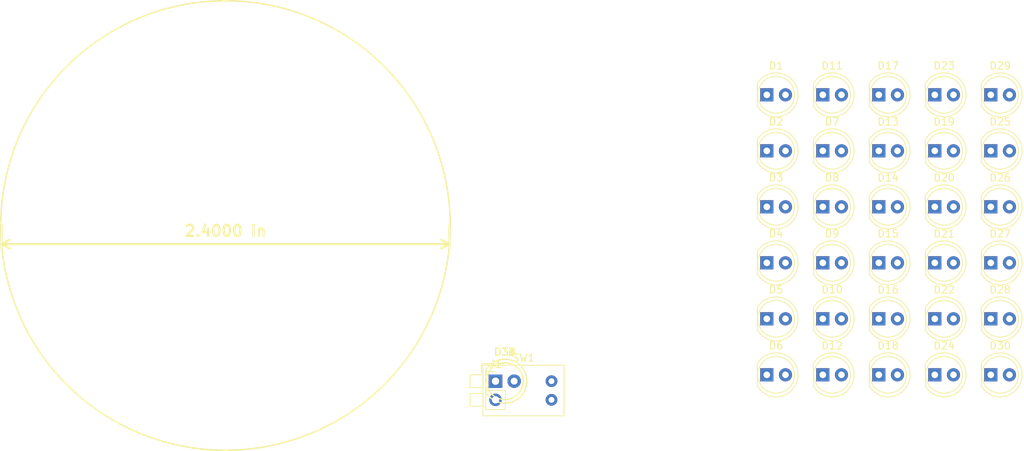
<source format=kicad_pcb>
(kicad_pcb (version 4) (host pcbnew 4.0.7-e2-6376~58~ubuntu16.04.1)

  (general
    (links 74)
    (no_connects 64)
    (area 0 0 0 0)
    (thickness 1.6)
    (drawings 2)
    (tracks 0)
    (zones 0)
    (modules 38)
    (nets 5)
  )

  (page A4)
  (layers
    (0 F.Cu signal)
    (31 B.Cu signal)
    (32 B.Adhes user)
    (33 F.Adhes user)
    (34 B.Paste user)
    (35 F.Paste user)
    (36 B.SilkS user)
    (37 F.SilkS user)
    (38 B.Mask user)
    (39 F.Mask user)
    (40 Dwgs.User user)
    (41 Cmts.User user)
    (42 Eco1.User user)
    (43 Eco2.User user)
    (44 Edge.Cuts user)
    (45 Margin user)
    (46 B.CrtYd user)
    (47 F.CrtYd user)
    (48 B.Fab user)
    (49 F.Fab user)
  )

  (setup
    (last_trace_width 0.25)
    (trace_clearance 0.2)
    (zone_clearance 0.508)
    (zone_45_only no)
    (trace_min 0.2)
    (segment_width 0.2)
    (edge_width 0.15)
    (via_size 0.6)
    (via_drill 0.4)
    (via_min_size 0.4)
    (via_min_drill 0.3)
    (uvia_size 0.3)
    (uvia_drill 0.1)
    (uvias_allowed no)
    (uvia_min_size 0.2)
    (uvia_min_drill 0.1)
    (pcb_text_width 0.3)
    (pcb_text_size 1.5 1.5)
    (mod_edge_width 0.15)
    (mod_text_size 1 1)
    (mod_text_width 0.15)
    (pad_size 1.524 1.524)
    (pad_drill 0.762)
    (pad_to_mask_clearance 0.2)
    (aux_axis_origin 0 0)
    (visible_elements FFFFFF7F)
    (pcbplotparams
      (layerselection 0x00030_80000001)
      (usegerberextensions false)
      (excludeedgelayer true)
      (linewidth 0.100000)
      (plotframeref false)
      (viasonmask false)
      (mode 1)
      (useauxorigin false)
      (hpglpennumber 1)
      (hpglpenspeed 20)
      (hpglpendiameter 15)
      (hpglpenoverlay 2)
      (psnegative false)
      (psa4output false)
      (plotreference true)
      (plotvalue true)
      (plotinvisibletext false)
      (padsonsilk false)
      (subtractmaskfromsilk false)
      (outputformat 1)
      (mirror false)
      (drillshape 1)
      (scaleselection 1)
      (outputdirectory ""))
  )

  (net 0 "")
  (net 1 GND)
  (net 2 "Net-(D1-Pad2)")
  (net 3 "Net-(D10-Pad2)")
  (net 4 +3V8)

  (net_class Default "This is the default net class."
    (clearance 0.2)
    (trace_width 0.25)
    (via_dia 0.6)
    (via_drill 0.4)
    (uvia_dia 0.3)
    (uvia_drill 0.1)
    (add_net +3V8)
    (add_net GND)
    (add_net "Net-(D1-Pad2)")
    (add_net "Net-(D10-Pad2)")
  )

  (module LEDs:LED_D5.0mm (layer F.Cu) (tedit 5995936A) (tstamp 5A2D5198)
    (at 185.42 66.04)
    (descr "LED, diameter 5.0mm, 2 pins, http://cdn-reichelt.de/documents/datenblatt/A500/LL-504BC2E-009.pdf")
    (tags "LED diameter 5.0mm 2 pins")
    (path /5A2D523D)
    (fp_text reference D1 (at 1.27 -3.96) (layer F.SilkS)
      (effects (font (size 1 1) (thickness 0.15)))
    )
    (fp_text value LED (at 1.27 3.96) (layer F.Fab)
      (effects (font (size 1 1) (thickness 0.15)))
    )
    (fp_arc (start 1.27 0) (end -1.23 -1.469694) (angle 299.1) (layer F.Fab) (width 0.1))
    (fp_arc (start 1.27 0) (end -1.29 -1.54483) (angle 148.9) (layer F.SilkS) (width 0.12))
    (fp_arc (start 1.27 0) (end -1.29 1.54483) (angle -148.9) (layer F.SilkS) (width 0.12))
    (fp_circle (center 1.27 0) (end 3.77 0) (layer F.Fab) (width 0.1))
    (fp_circle (center 1.27 0) (end 3.77 0) (layer F.SilkS) (width 0.12))
    (fp_line (start -1.23 -1.469694) (end -1.23 1.469694) (layer F.Fab) (width 0.1))
    (fp_line (start -1.29 -1.545) (end -1.29 1.545) (layer F.SilkS) (width 0.12))
    (fp_line (start -1.95 -3.25) (end -1.95 3.25) (layer F.CrtYd) (width 0.05))
    (fp_line (start -1.95 3.25) (end 4.5 3.25) (layer F.CrtYd) (width 0.05))
    (fp_line (start 4.5 3.25) (end 4.5 -3.25) (layer F.CrtYd) (width 0.05))
    (fp_line (start 4.5 -3.25) (end -1.95 -3.25) (layer F.CrtYd) (width 0.05))
    (fp_text user %R (at 1.25 0) (layer F.Fab)
      (effects (font (size 0.8 0.8) (thickness 0.2)))
    )
    (pad 1 thru_hole rect (at 0 0) (size 1.8 1.8) (drill 0.9) (layers *.Cu *.Mask)
      (net 1 GND))
    (pad 2 thru_hole circle (at 2.54 0) (size 1.8 1.8) (drill 0.9) (layers *.Cu *.Mask)
      (net 2 "Net-(D1-Pad2)"))
    (model ${KISYS3DMOD}/LEDs.3dshapes/LED_D5.0mm.wrl
      (at (xyz 0 0 0))
      (scale (xyz 0.393701 0.393701 0.393701))
      (rotate (xyz 0 0 0))
    )
  )

  (module LEDs:LED_D5.0mm (layer F.Cu) (tedit 5995936A) (tstamp 5A2D519E)
    (at 185.42 73.66)
    (descr "LED, diameter 5.0mm, 2 pins, http://cdn-reichelt.de/documents/datenblatt/A500/LL-504BC2E-009.pdf")
    (tags "LED diameter 5.0mm 2 pins")
    (path /5A2D5237)
    (fp_text reference D2 (at 1.27 -3.96) (layer F.SilkS)
      (effects (font (size 1 1) (thickness 0.15)))
    )
    (fp_text value LED (at 1.27 3.96) (layer F.Fab)
      (effects (font (size 1 1) (thickness 0.15)))
    )
    (fp_arc (start 1.27 0) (end -1.23 -1.469694) (angle 299.1) (layer F.Fab) (width 0.1))
    (fp_arc (start 1.27 0) (end -1.29 -1.54483) (angle 148.9) (layer F.SilkS) (width 0.12))
    (fp_arc (start 1.27 0) (end -1.29 1.54483) (angle -148.9) (layer F.SilkS) (width 0.12))
    (fp_circle (center 1.27 0) (end 3.77 0) (layer F.Fab) (width 0.1))
    (fp_circle (center 1.27 0) (end 3.77 0) (layer F.SilkS) (width 0.12))
    (fp_line (start -1.23 -1.469694) (end -1.23 1.469694) (layer F.Fab) (width 0.1))
    (fp_line (start -1.29 -1.545) (end -1.29 1.545) (layer F.SilkS) (width 0.12))
    (fp_line (start -1.95 -3.25) (end -1.95 3.25) (layer F.CrtYd) (width 0.05))
    (fp_line (start -1.95 3.25) (end 4.5 3.25) (layer F.CrtYd) (width 0.05))
    (fp_line (start 4.5 3.25) (end 4.5 -3.25) (layer F.CrtYd) (width 0.05))
    (fp_line (start 4.5 -3.25) (end -1.95 -3.25) (layer F.CrtYd) (width 0.05))
    (fp_text user %R (at 1.25 0) (layer F.Fab)
      (effects (font (size 0.8 0.8) (thickness 0.2)))
    )
    (pad 1 thru_hole rect (at 0 0) (size 1.8 1.8) (drill 0.9) (layers *.Cu *.Mask)
      (net 1 GND))
    (pad 2 thru_hole circle (at 2.54 0) (size 1.8 1.8) (drill 0.9) (layers *.Cu *.Mask)
      (net 2 "Net-(D1-Pad2)"))
    (model ${KISYS3DMOD}/LEDs.3dshapes/LED_D5.0mm.wrl
      (at (xyz 0 0 0))
      (scale (xyz 0.393701 0.393701 0.393701))
      (rotate (xyz 0 0 0))
    )
  )

  (module LEDs:LED_D5.0mm (layer F.Cu) (tedit 5995936A) (tstamp 5A2D51A4)
    (at 185.42 81.28)
    (descr "LED, diameter 5.0mm, 2 pins, http://cdn-reichelt.de/documents/datenblatt/A500/LL-504BC2E-009.pdf")
    (tags "LED diameter 5.0mm 2 pins")
    (path /5A2D50F2)
    (fp_text reference D3 (at 1.27 -3.96) (layer F.SilkS)
      (effects (font (size 1 1) (thickness 0.15)))
    )
    (fp_text value LED (at 1.27 3.96) (layer F.Fab)
      (effects (font (size 1 1) (thickness 0.15)))
    )
    (fp_arc (start 1.27 0) (end -1.23 -1.469694) (angle 299.1) (layer F.Fab) (width 0.1))
    (fp_arc (start 1.27 0) (end -1.29 -1.54483) (angle 148.9) (layer F.SilkS) (width 0.12))
    (fp_arc (start 1.27 0) (end -1.29 1.54483) (angle -148.9) (layer F.SilkS) (width 0.12))
    (fp_circle (center 1.27 0) (end 3.77 0) (layer F.Fab) (width 0.1))
    (fp_circle (center 1.27 0) (end 3.77 0) (layer F.SilkS) (width 0.12))
    (fp_line (start -1.23 -1.469694) (end -1.23 1.469694) (layer F.Fab) (width 0.1))
    (fp_line (start -1.29 -1.545) (end -1.29 1.545) (layer F.SilkS) (width 0.12))
    (fp_line (start -1.95 -3.25) (end -1.95 3.25) (layer F.CrtYd) (width 0.05))
    (fp_line (start -1.95 3.25) (end 4.5 3.25) (layer F.CrtYd) (width 0.05))
    (fp_line (start 4.5 3.25) (end 4.5 -3.25) (layer F.CrtYd) (width 0.05))
    (fp_line (start 4.5 -3.25) (end -1.95 -3.25) (layer F.CrtYd) (width 0.05))
    (fp_text user %R (at 1.25 0) (layer F.Fab)
      (effects (font (size 0.8 0.8) (thickness 0.2)))
    )
    (pad 1 thru_hole rect (at 0 0) (size 1.8 1.8) (drill 0.9) (layers *.Cu *.Mask)
      (net 1 GND))
    (pad 2 thru_hole circle (at 2.54 0) (size 1.8 1.8) (drill 0.9) (layers *.Cu *.Mask)
      (net 2 "Net-(D1-Pad2)"))
    (model ${KISYS3DMOD}/LEDs.3dshapes/LED_D5.0mm.wrl
      (at (xyz 0 0 0))
      (scale (xyz 0.393701 0.393701 0.393701))
      (rotate (xyz 0 0 0))
    )
  )

  (module LEDs:LED_D5.0mm (layer F.Cu) (tedit 5995936A) (tstamp 5A2D51AA)
    (at 185.42 88.9)
    (descr "LED, diameter 5.0mm, 2 pins, http://cdn-reichelt.de/documents/datenblatt/A500/LL-504BC2E-009.pdf")
    (tags "LED diameter 5.0mm 2 pins")
    (path /5A2D50EC)
    (fp_text reference D4 (at 1.27 -3.96) (layer F.SilkS)
      (effects (font (size 1 1) (thickness 0.15)))
    )
    (fp_text value LED (at 1.27 3.96) (layer F.Fab)
      (effects (font (size 1 1) (thickness 0.15)))
    )
    (fp_arc (start 1.27 0) (end -1.23 -1.469694) (angle 299.1) (layer F.Fab) (width 0.1))
    (fp_arc (start 1.27 0) (end -1.29 -1.54483) (angle 148.9) (layer F.SilkS) (width 0.12))
    (fp_arc (start 1.27 0) (end -1.29 1.54483) (angle -148.9) (layer F.SilkS) (width 0.12))
    (fp_circle (center 1.27 0) (end 3.77 0) (layer F.Fab) (width 0.1))
    (fp_circle (center 1.27 0) (end 3.77 0) (layer F.SilkS) (width 0.12))
    (fp_line (start -1.23 -1.469694) (end -1.23 1.469694) (layer F.Fab) (width 0.1))
    (fp_line (start -1.29 -1.545) (end -1.29 1.545) (layer F.SilkS) (width 0.12))
    (fp_line (start -1.95 -3.25) (end -1.95 3.25) (layer F.CrtYd) (width 0.05))
    (fp_line (start -1.95 3.25) (end 4.5 3.25) (layer F.CrtYd) (width 0.05))
    (fp_line (start 4.5 3.25) (end 4.5 -3.25) (layer F.CrtYd) (width 0.05))
    (fp_line (start 4.5 -3.25) (end -1.95 -3.25) (layer F.CrtYd) (width 0.05))
    (fp_text user %R (at 1.25 0) (layer F.Fab)
      (effects (font (size 0.8 0.8) (thickness 0.2)))
    )
    (pad 1 thru_hole rect (at 0 0) (size 1.8 1.8) (drill 0.9) (layers *.Cu *.Mask)
      (net 1 GND))
    (pad 2 thru_hole circle (at 2.54 0) (size 1.8 1.8) (drill 0.9) (layers *.Cu *.Mask)
      (net 2 "Net-(D1-Pad2)"))
    (model ${KISYS3DMOD}/LEDs.3dshapes/LED_D5.0mm.wrl
      (at (xyz 0 0 0))
      (scale (xyz 0.393701 0.393701 0.393701))
      (rotate (xyz 0 0 0))
    )
  )

  (module LEDs:LED_D5.0mm (layer F.Cu) (tedit 5995936A) (tstamp 5A2D51B0)
    (at 185.42 96.52)
    (descr "LED, diameter 5.0mm, 2 pins, http://cdn-reichelt.de/documents/datenblatt/A500/LL-504BC2E-009.pdf")
    (tags "LED diameter 5.0mm 2 pins")
    (path /5A2D479D)
    (fp_text reference D5 (at 1.27 -3.96) (layer F.SilkS)
      (effects (font (size 1 1) (thickness 0.15)))
    )
    (fp_text value LED (at 1.27 3.96) (layer F.Fab)
      (effects (font (size 1 1) (thickness 0.15)))
    )
    (fp_arc (start 1.27 0) (end -1.23 -1.469694) (angle 299.1) (layer F.Fab) (width 0.1))
    (fp_arc (start 1.27 0) (end -1.29 -1.54483) (angle 148.9) (layer F.SilkS) (width 0.12))
    (fp_arc (start 1.27 0) (end -1.29 1.54483) (angle -148.9) (layer F.SilkS) (width 0.12))
    (fp_circle (center 1.27 0) (end 3.77 0) (layer F.Fab) (width 0.1))
    (fp_circle (center 1.27 0) (end 3.77 0) (layer F.SilkS) (width 0.12))
    (fp_line (start -1.23 -1.469694) (end -1.23 1.469694) (layer F.Fab) (width 0.1))
    (fp_line (start -1.29 -1.545) (end -1.29 1.545) (layer F.SilkS) (width 0.12))
    (fp_line (start -1.95 -3.25) (end -1.95 3.25) (layer F.CrtYd) (width 0.05))
    (fp_line (start -1.95 3.25) (end 4.5 3.25) (layer F.CrtYd) (width 0.05))
    (fp_line (start 4.5 3.25) (end 4.5 -3.25) (layer F.CrtYd) (width 0.05))
    (fp_line (start 4.5 -3.25) (end -1.95 -3.25) (layer F.CrtYd) (width 0.05))
    (fp_text user %R (at 1.25 0) (layer F.Fab)
      (effects (font (size 0.8 0.8) (thickness 0.2)))
    )
    (pad 1 thru_hole rect (at 0 0) (size 1.8 1.8) (drill 0.9) (layers *.Cu *.Mask)
      (net 1 GND))
    (pad 2 thru_hole circle (at 2.54 0) (size 1.8 1.8) (drill 0.9) (layers *.Cu *.Mask)
      (net 2 "Net-(D1-Pad2)"))
    (model ${KISYS3DMOD}/LEDs.3dshapes/LED_D5.0mm.wrl
      (at (xyz 0 0 0))
      (scale (xyz 0.393701 0.393701 0.393701))
      (rotate (xyz 0 0 0))
    )
  )

  (module LEDs:LED_D5.0mm (layer F.Cu) (tedit 5995936A) (tstamp 5A2D51B6)
    (at 185.42 104.14)
    (descr "LED, diameter 5.0mm, 2 pins, http://cdn-reichelt.de/documents/datenblatt/A500/LL-504BC2E-009.pdf")
    (tags "LED diameter 5.0mm 2 pins")
    (path /5A2D4734)
    (fp_text reference D6 (at 1.27 -3.96) (layer F.SilkS)
      (effects (font (size 1 1) (thickness 0.15)))
    )
    (fp_text value LED (at 1.27 3.96) (layer F.Fab)
      (effects (font (size 1 1) (thickness 0.15)))
    )
    (fp_arc (start 1.27 0) (end -1.23 -1.469694) (angle 299.1) (layer F.Fab) (width 0.1))
    (fp_arc (start 1.27 0) (end -1.29 -1.54483) (angle 148.9) (layer F.SilkS) (width 0.12))
    (fp_arc (start 1.27 0) (end -1.29 1.54483) (angle -148.9) (layer F.SilkS) (width 0.12))
    (fp_circle (center 1.27 0) (end 3.77 0) (layer F.Fab) (width 0.1))
    (fp_circle (center 1.27 0) (end 3.77 0) (layer F.SilkS) (width 0.12))
    (fp_line (start -1.23 -1.469694) (end -1.23 1.469694) (layer F.Fab) (width 0.1))
    (fp_line (start -1.29 -1.545) (end -1.29 1.545) (layer F.SilkS) (width 0.12))
    (fp_line (start -1.95 -3.25) (end -1.95 3.25) (layer F.CrtYd) (width 0.05))
    (fp_line (start -1.95 3.25) (end 4.5 3.25) (layer F.CrtYd) (width 0.05))
    (fp_line (start 4.5 3.25) (end 4.5 -3.25) (layer F.CrtYd) (width 0.05))
    (fp_line (start 4.5 -3.25) (end -1.95 -3.25) (layer F.CrtYd) (width 0.05))
    (fp_text user %R (at 1.25 0) (layer F.Fab)
      (effects (font (size 0.8 0.8) (thickness 0.2)))
    )
    (pad 1 thru_hole rect (at 0 0) (size 1.8 1.8) (drill 0.9) (layers *.Cu *.Mask)
      (net 1 GND))
    (pad 2 thru_hole circle (at 2.54 0) (size 1.8 1.8) (drill 0.9) (layers *.Cu *.Mask)
      (net 2 "Net-(D1-Pad2)"))
    (model ${KISYS3DMOD}/LEDs.3dshapes/LED_D5.0mm.wrl
      (at (xyz 0 0 0))
      (scale (xyz 0.393701 0.393701 0.393701))
      (rotate (xyz 0 0 0))
    )
  )

  (module LEDs:LED_D5.0mm (layer F.Cu) (tedit 5995936A) (tstamp 5A2D51BC)
    (at 193.04 73.66)
    (descr "LED, diameter 5.0mm, 2 pins, http://cdn-reichelt.de/documents/datenblatt/A500/LL-504BC2E-009.pdf")
    (tags "LED diameter 5.0mm 2 pins")
    (path /5A2D5427)
    (fp_text reference D7 (at 1.27 -3.96) (layer F.SilkS)
      (effects (font (size 1 1) (thickness 0.15)))
    )
    (fp_text value LED (at 1.27 3.96) (layer F.Fab)
      (effects (font (size 1 1) (thickness 0.15)))
    )
    (fp_arc (start 1.27 0) (end -1.23 -1.469694) (angle 299.1) (layer F.Fab) (width 0.1))
    (fp_arc (start 1.27 0) (end -1.29 -1.54483) (angle 148.9) (layer F.SilkS) (width 0.12))
    (fp_arc (start 1.27 0) (end -1.29 1.54483) (angle -148.9) (layer F.SilkS) (width 0.12))
    (fp_circle (center 1.27 0) (end 3.77 0) (layer F.Fab) (width 0.1))
    (fp_circle (center 1.27 0) (end 3.77 0) (layer F.SilkS) (width 0.12))
    (fp_line (start -1.23 -1.469694) (end -1.23 1.469694) (layer F.Fab) (width 0.1))
    (fp_line (start -1.29 -1.545) (end -1.29 1.545) (layer F.SilkS) (width 0.12))
    (fp_line (start -1.95 -3.25) (end -1.95 3.25) (layer F.CrtYd) (width 0.05))
    (fp_line (start -1.95 3.25) (end 4.5 3.25) (layer F.CrtYd) (width 0.05))
    (fp_line (start 4.5 3.25) (end 4.5 -3.25) (layer F.CrtYd) (width 0.05))
    (fp_line (start 4.5 -3.25) (end -1.95 -3.25) (layer F.CrtYd) (width 0.05))
    (fp_text user %R (at 1.25 0) (layer F.Fab)
      (effects (font (size 0.8 0.8) (thickness 0.2)))
    )
    (pad 1 thru_hole rect (at 0 0) (size 1.8 1.8) (drill 0.9) (layers *.Cu *.Mask)
      (net 1 GND))
    (pad 2 thru_hole circle (at 2.54 0) (size 1.8 1.8) (drill 0.9) (layers *.Cu *.Mask)
      (net 3 "Net-(D10-Pad2)"))
    (model ${KISYS3DMOD}/LEDs.3dshapes/LED_D5.0mm.wrl
      (at (xyz 0 0 0))
      (scale (xyz 0.393701 0.393701 0.393701))
      (rotate (xyz 0 0 0))
    )
  )

  (module LEDs:LED_D5.0mm (layer F.Cu) (tedit 5995936A) (tstamp 5A2D51C2)
    (at 193.04 81.28)
    (descr "LED, diameter 5.0mm, 2 pins, http://cdn-reichelt.de/documents/datenblatt/A500/LL-504BC2E-009.pdf")
    (tags "LED diameter 5.0mm 2 pins")
    (path /5A2D541B)
    (fp_text reference D8 (at 1.27 -3.96) (layer F.SilkS)
      (effects (font (size 1 1) (thickness 0.15)))
    )
    (fp_text value LED (at 1.27 3.96) (layer F.Fab)
      (effects (font (size 1 1) (thickness 0.15)))
    )
    (fp_arc (start 1.27 0) (end -1.23 -1.469694) (angle 299.1) (layer F.Fab) (width 0.1))
    (fp_arc (start 1.27 0) (end -1.29 -1.54483) (angle 148.9) (layer F.SilkS) (width 0.12))
    (fp_arc (start 1.27 0) (end -1.29 1.54483) (angle -148.9) (layer F.SilkS) (width 0.12))
    (fp_circle (center 1.27 0) (end 3.77 0) (layer F.Fab) (width 0.1))
    (fp_circle (center 1.27 0) (end 3.77 0) (layer F.SilkS) (width 0.12))
    (fp_line (start -1.23 -1.469694) (end -1.23 1.469694) (layer F.Fab) (width 0.1))
    (fp_line (start -1.29 -1.545) (end -1.29 1.545) (layer F.SilkS) (width 0.12))
    (fp_line (start -1.95 -3.25) (end -1.95 3.25) (layer F.CrtYd) (width 0.05))
    (fp_line (start -1.95 3.25) (end 4.5 3.25) (layer F.CrtYd) (width 0.05))
    (fp_line (start 4.5 3.25) (end 4.5 -3.25) (layer F.CrtYd) (width 0.05))
    (fp_line (start 4.5 -3.25) (end -1.95 -3.25) (layer F.CrtYd) (width 0.05))
    (fp_text user %R (at 1.25 0) (layer F.Fab)
      (effects (font (size 0.8 0.8) (thickness 0.2)))
    )
    (pad 1 thru_hole rect (at 0 0) (size 1.8 1.8) (drill 0.9) (layers *.Cu *.Mask)
      (net 1 GND))
    (pad 2 thru_hole circle (at 2.54 0) (size 1.8 1.8) (drill 0.9) (layers *.Cu *.Mask)
      (net 3 "Net-(D10-Pad2)"))
    (model ${KISYS3DMOD}/LEDs.3dshapes/LED_D5.0mm.wrl
      (at (xyz 0 0 0))
      (scale (xyz 0.393701 0.393701 0.393701))
      (rotate (xyz 0 0 0))
    )
  )

  (module LEDs:LED_D5.0mm (layer F.Cu) (tedit 5995936A) (tstamp 5A2D51C8)
    (at 193.04 88.9)
    (descr "LED, diameter 5.0mm, 2 pins, http://cdn-reichelt.de/documents/datenblatt/A500/LL-504BC2E-009.pdf")
    (tags "LED diameter 5.0mm 2 pins")
    (path /5A2D5415)
    (fp_text reference D9 (at 1.27 -3.96) (layer F.SilkS)
      (effects (font (size 1 1) (thickness 0.15)))
    )
    (fp_text value LED (at 1.27 3.96) (layer F.Fab)
      (effects (font (size 1 1) (thickness 0.15)))
    )
    (fp_arc (start 1.27 0) (end -1.23 -1.469694) (angle 299.1) (layer F.Fab) (width 0.1))
    (fp_arc (start 1.27 0) (end -1.29 -1.54483) (angle 148.9) (layer F.SilkS) (width 0.12))
    (fp_arc (start 1.27 0) (end -1.29 1.54483) (angle -148.9) (layer F.SilkS) (width 0.12))
    (fp_circle (center 1.27 0) (end 3.77 0) (layer F.Fab) (width 0.1))
    (fp_circle (center 1.27 0) (end 3.77 0) (layer F.SilkS) (width 0.12))
    (fp_line (start -1.23 -1.469694) (end -1.23 1.469694) (layer F.Fab) (width 0.1))
    (fp_line (start -1.29 -1.545) (end -1.29 1.545) (layer F.SilkS) (width 0.12))
    (fp_line (start -1.95 -3.25) (end -1.95 3.25) (layer F.CrtYd) (width 0.05))
    (fp_line (start -1.95 3.25) (end 4.5 3.25) (layer F.CrtYd) (width 0.05))
    (fp_line (start 4.5 3.25) (end 4.5 -3.25) (layer F.CrtYd) (width 0.05))
    (fp_line (start 4.5 -3.25) (end -1.95 -3.25) (layer F.CrtYd) (width 0.05))
    (fp_text user %R (at 1.25 0) (layer F.Fab)
      (effects (font (size 0.8 0.8) (thickness 0.2)))
    )
    (pad 1 thru_hole rect (at 0 0) (size 1.8 1.8) (drill 0.9) (layers *.Cu *.Mask)
      (net 1 GND))
    (pad 2 thru_hole circle (at 2.54 0) (size 1.8 1.8) (drill 0.9) (layers *.Cu *.Mask)
      (net 3 "Net-(D10-Pad2)"))
    (model ${KISYS3DMOD}/LEDs.3dshapes/LED_D5.0mm.wrl
      (at (xyz 0 0 0))
      (scale (xyz 0.393701 0.393701 0.393701))
      (rotate (xyz 0 0 0))
    )
  )

  (module LEDs:LED_D5.0mm (layer F.Cu) (tedit 5995936A) (tstamp 5A2D51CE)
    (at 193.04 96.52)
    (descr "LED, diameter 5.0mm, 2 pins, http://cdn-reichelt.de/documents/datenblatt/A500/LL-504BC2E-009.pdf")
    (tags "LED diameter 5.0mm 2 pins")
    (path /5A2D540F)
    (fp_text reference D10 (at 1.27 -3.96) (layer F.SilkS)
      (effects (font (size 1 1) (thickness 0.15)))
    )
    (fp_text value LED (at 1.27 3.96) (layer F.Fab)
      (effects (font (size 1 1) (thickness 0.15)))
    )
    (fp_arc (start 1.27 0) (end -1.23 -1.469694) (angle 299.1) (layer F.Fab) (width 0.1))
    (fp_arc (start 1.27 0) (end -1.29 -1.54483) (angle 148.9) (layer F.SilkS) (width 0.12))
    (fp_arc (start 1.27 0) (end -1.29 1.54483) (angle -148.9) (layer F.SilkS) (width 0.12))
    (fp_circle (center 1.27 0) (end 3.77 0) (layer F.Fab) (width 0.1))
    (fp_circle (center 1.27 0) (end 3.77 0) (layer F.SilkS) (width 0.12))
    (fp_line (start -1.23 -1.469694) (end -1.23 1.469694) (layer F.Fab) (width 0.1))
    (fp_line (start -1.29 -1.545) (end -1.29 1.545) (layer F.SilkS) (width 0.12))
    (fp_line (start -1.95 -3.25) (end -1.95 3.25) (layer F.CrtYd) (width 0.05))
    (fp_line (start -1.95 3.25) (end 4.5 3.25) (layer F.CrtYd) (width 0.05))
    (fp_line (start 4.5 3.25) (end 4.5 -3.25) (layer F.CrtYd) (width 0.05))
    (fp_line (start 4.5 -3.25) (end -1.95 -3.25) (layer F.CrtYd) (width 0.05))
    (fp_text user %R (at 1.25 0) (layer F.Fab)
      (effects (font (size 0.8 0.8) (thickness 0.2)))
    )
    (pad 1 thru_hole rect (at 0 0) (size 1.8 1.8) (drill 0.9) (layers *.Cu *.Mask)
      (net 1 GND))
    (pad 2 thru_hole circle (at 2.54 0) (size 1.8 1.8) (drill 0.9) (layers *.Cu *.Mask)
      (net 3 "Net-(D10-Pad2)"))
    (model ${KISYS3DMOD}/LEDs.3dshapes/LED_D5.0mm.wrl
      (at (xyz 0 0 0))
      (scale (xyz 0.393701 0.393701 0.393701))
      (rotate (xyz 0 0 0))
    )
  )

  (module LEDs:LED_D5.0mm (layer F.Cu) (tedit 5995936A) (tstamp 5A2D51D4)
    (at 193.04 66.04)
    (descr "LED, diameter 5.0mm, 2 pins, http://cdn-reichelt.de/documents/datenblatt/A500/LL-504BC2E-009.pdf")
    (tags "LED diameter 5.0mm 2 pins")
    (path /5A2D542D)
    (fp_text reference D11 (at 1.27 -3.96) (layer F.SilkS)
      (effects (font (size 1 1) (thickness 0.15)))
    )
    (fp_text value LED (at 1.27 3.96) (layer F.Fab)
      (effects (font (size 1 1) (thickness 0.15)))
    )
    (fp_arc (start 1.27 0) (end -1.23 -1.469694) (angle 299.1) (layer F.Fab) (width 0.1))
    (fp_arc (start 1.27 0) (end -1.29 -1.54483) (angle 148.9) (layer F.SilkS) (width 0.12))
    (fp_arc (start 1.27 0) (end -1.29 1.54483) (angle -148.9) (layer F.SilkS) (width 0.12))
    (fp_circle (center 1.27 0) (end 3.77 0) (layer F.Fab) (width 0.1))
    (fp_circle (center 1.27 0) (end 3.77 0) (layer F.SilkS) (width 0.12))
    (fp_line (start -1.23 -1.469694) (end -1.23 1.469694) (layer F.Fab) (width 0.1))
    (fp_line (start -1.29 -1.545) (end -1.29 1.545) (layer F.SilkS) (width 0.12))
    (fp_line (start -1.95 -3.25) (end -1.95 3.25) (layer F.CrtYd) (width 0.05))
    (fp_line (start -1.95 3.25) (end 4.5 3.25) (layer F.CrtYd) (width 0.05))
    (fp_line (start 4.5 3.25) (end 4.5 -3.25) (layer F.CrtYd) (width 0.05))
    (fp_line (start 4.5 -3.25) (end -1.95 -3.25) (layer F.CrtYd) (width 0.05))
    (fp_text user %R (at 1.25 0) (layer F.Fab)
      (effects (font (size 0.8 0.8) (thickness 0.2)))
    )
    (pad 1 thru_hole rect (at 0 0) (size 1.8 1.8) (drill 0.9) (layers *.Cu *.Mask)
      (net 1 GND))
    (pad 2 thru_hole circle (at 2.54 0) (size 1.8 1.8) (drill 0.9) (layers *.Cu *.Mask)
      (net 2 "Net-(D1-Pad2)"))
    (model ${KISYS3DMOD}/LEDs.3dshapes/LED_D5.0mm.wrl
      (at (xyz 0 0 0))
      (scale (xyz 0.393701 0.393701 0.393701))
      (rotate (xyz 0 0 0))
    )
  )

  (module LEDs:LED_D5.0mm (layer F.Cu) (tedit 5995936A) (tstamp 5A2D51DA)
    (at 193.04 104.14)
    (descr "LED, diameter 5.0mm, 2 pins, http://cdn-reichelt.de/documents/datenblatt/A500/LL-504BC2E-009.pdf")
    (tags "LED diameter 5.0mm 2 pins")
    (path /5A2D5409)
    (fp_text reference D12 (at 1.27 -3.96) (layer F.SilkS)
      (effects (font (size 1 1) (thickness 0.15)))
    )
    (fp_text value LED (at 1.27 3.96) (layer F.Fab)
      (effects (font (size 1 1) (thickness 0.15)))
    )
    (fp_arc (start 1.27 0) (end -1.23 -1.469694) (angle 299.1) (layer F.Fab) (width 0.1))
    (fp_arc (start 1.27 0) (end -1.29 -1.54483) (angle 148.9) (layer F.SilkS) (width 0.12))
    (fp_arc (start 1.27 0) (end -1.29 1.54483) (angle -148.9) (layer F.SilkS) (width 0.12))
    (fp_circle (center 1.27 0) (end 3.77 0) (layer F.Fab) (width 0.1))
    (fp_circle (center 1.27 0) (end 3.77 0) (layer F.SilkS) (width 0.12))
    (fp_line (start -1.23 -1.469694) (end -1.23 1.469694) (layer F.Fab) (width 0.1))
    (fp_line (start -1.29 -1.545) (end -1.29 1.545) (layer F.SilkS) (width 0.12))
    (fp_line (start -1.95 -3.25) (end -1.95 3.25) (layer F.CrtYd) (width 0.05))
    (fp_line (start -1.95 3.25) (end 4.5 3.25) (layer F.CrtYd) (width 0.05))
    (fp_line (start 4.5 3.25) (end 4.5 -3.25) (layer F.CrtYd) (width 0.05))
    (fp_line (start 4.5 -3.25) (end -1.95 -3.25) (layer F.CrtYd) (width 0.05))
    (fp_text user %R (at 1.25 0) (layer F.Fab)
      (effects (font (size 0.8 0.8) (thickness 0.2)))
    )
    (pad 1 thru_hole rect (at 0 0) (size 1.8 1.8) (drill 0.9) (layers *.Cu *.Mask)
      (net 1 GND))
    (pad 2 thru_hole circle (at 2.54 0) (size 1.8 1.8) (drill 0.9) (layers *.Cu *.Mask)
      (net 2 "Net-(D1-Pad2)"))
    (model ${KISYS3DMOD}/LEDs.3dshapes/LED_D5.0mm.wrl
      (at (xyz 0 0 0))
      (scale (xyz 0.393701 0.393701 0.393701))
      (rotate (xyz 0 0 0))
    )
  )

  (module LEDs:LED_D5.0mm (layer F.Cu) (tedit 5995936A) (tstamp 5A2D51E0)
    (at 200.66 73.66)
    (descr "LED, diameter 5.0mm, 2 pins, http://cdn-reichelt.de/documents/datenblatt/A500/LL-504BC2E-009.pdf")
    (tags "LED diameter 5.0mm 2 pins")
    (path /5A2D5561)
    (fp_text reference D13 (at 1.27 -3.96) (layer F.SilkS)
      (effects (font (size 1 1) (thickness 0.15)))
    )
    (fp_text value LED (at 1.27 3.96) (layer F.Fab)
      (effects (font (size 1 1) (thickness 0.15)))
    )
    (fp_arc (start 1.27 0) (end -1.23 -1.469694) (angle 299.1) (layer F.Fab) (width 0.1))
    (fp_arc (start 1.27 0) (end -1.29 -1.54483) (angle 148.9) (layer F.SilkS) (width 0.12))
    (fp_arc (start 1.27 0) (end -1.29 1.54483) (angle -148.9) (layer F.SilkS) (width 0.12))
    (fp_circle (center 1.27 0) (end 3.77 0) (layer F.Fab) (width 0.1))
    (fp_circle (center 1.27 0) (end 3.77 0) (layer F.SilkS) (width 0.12))
    (fp_line (start -1.23 -1.469694) (end -1.23 1.469694) (layer F.Fab) (width 0.1))
    (fp_line (start -1.29 -1.545) (end -1.29 1.545) (layer F.SilkS) (width 0.12))
    (fp_line (start -1.95 -3.25) (end -1.95 3.25) (layer F.CrtYd) (width 0.05))
    (fp_line (start -1.95 3.25) (end 4.5 3.25) (layer F.CrtYd) (width 0.05))
    (fp_line (start 4.5 3.25) (end 4.5 -3.25) (layer F.CrtYd) (width 0.05))
    (fp_line (start 4.5 -3.25) (end -1.95 -3.25) (layer F.CrtYd) (width 0.05))
    (fp_text user %R (at 1.25 0) (layer F.Fab)
      (effects (font (size 0.8 0.8) (thickness 0.2)))
    )
    (pad 1 thru_hole rect (at 0 0) (size 1.8 1.8) (drill 0.9) (layers *.Cu *.Mask)
      (net 1 GND))
    (pad 2 thru_hole circle (at 2.54 0) (size 1.8 1.8) (drill 0.9) (layers *.Cu *.Mask)
      (net 3 "Net-(D10-Pad2)"))
    (model ${KISYS3DMOD}/LEDs.3dshapes/LED_D5.0mm.wrl
      (at (xyz 0 0 0))
      (scale (xyz 0.393701 0.393701 0.393701))
      (rotate (xyz 0 0 0))
    )
  )

  (module LEDs:LED_D5.0mm (layer F.Cu) (tedit 5995936A) (tstamp 5A2D51E6)
    (at 200.66 81.28)
    (descr "LED, diameter 5.0mm, 2 pins, http://cdn-reichelt.de/documents/datenblatt/A500/LL-504BC2E-009.pdf")
    (tags "LED diameter 5.0mm 2 pins")
    (path /5A2D5555)
    (fp_text reference D14 (at 1.27 -3.96) (layer F.SilkS)
      (effects (font (size 1 1) (thickness 0.15)))
    )
    (fp_text value LED (at 1.27 3.96) (layer F.Fab)
      (effects (font (size 1 1) (thickness 0.15)))
    )
    (fp_arc (start 1.27 0) (end -1.23 -1.469694) (angle 299.1) (layer F.Fab) (width 0.1))
    (fp_arc (start 1.27 0) (end -1.29 -1.54483) (angle 148.9) (layer F.SilkS) (width 0.12))
    (fp_arc (start 1.27 0) (end -1.29 1.54483) (angle -148.9) (layer F.SilkS) (width 0.12))
    (fp_circle (center 1.27 0) (end 3.77 0) (layer F.Fab) (width 0.1))
    (fp_circle (center 1.27 0) (end 3.77 0) (layer F.SilkS) (width 0.12))
    (fp_line (start -1.23 -1.469694) (end -1.23 1.469694) (layer F.Fab) (width 0.1))
    (fp_line (start -1.29 -1.545) (end -1.29 1.545) (layer F.SilkS) (width 0.12))
    (fp_line (start -1.95 -3.25) (end -1.95 3.25) (layer F.CrtYd) (width 0.05))
    (fp_line (start -1.95 3.25) (end 4.5 3.25) (layer F.CrtYd) (width 0.05))
    (fp_line (start 4.5 3.25) (end 4.5 -3.25) (layer F.CrtYd) (width 0.05))
    (fp_line (start 4.5 -3.25) (end -1.95 -3.25) (layer F.CrtYd) (width 0.05))
    (fp_text user %R (at 1.25 0) (layer F.Fab)
      (effects (font (size 0.8 0.8) (thickness 0.2)))
    )
    (pad 1 thru_hole rect (at 0 0) (size 1.8 1.8) (drill 0.9) (layers *.Cu *.Mask)
      (net 1 GND))
    (pad 2 thru_hole circle (at 2.54 0) (size 1.8 1.8) (drill 0.9) (layers *.Cu *.Mask)
      (net 3 "Net-(D10-Pad2)"))
    (model ${KISYS3DMOD}/LEDs.3dshapes/LED_D5.0mm.wrl
      (at (xyz 0 0 0))
      (scale (xyz 0.393701 0.393701 0.393701))
      (rotate (xyz 0 0 0))
    )
  )

  (module LEDs:LED_D5.0mm (layer F.Cu) (tedit 5995936A) (tstamp 5A2D51EC)
    (at 200.66 88.9)
    (descr "LED, diameter 5.0mm, 2 pins, http://cdn-reichelt.de/documents/datenblatt/A500/LL-504BC2E-009.pdf")
    (tags "LED diameter 5.0mm 2 pins")
    (path /5A2D554F)
    (fp_text reference D15 (at 1.27 -3.96) (layer F.SilkS)
      (effects (font (size 1 1) (thickness 0.15)))
    )
    (fp_text value LED (at 1.27 3.96) (layer F.Fab)
      (effects (font (size 1 1) (thickness 0.15)))
    )
    (fp_arc (start 1.27 0) (end -1.23 -1.469694) (angle 299.1) (layer F.Fab) (width 0.1))
    (fp_arc (start 1.27 0) (end -1.29 -1.54483) (angle 148.9) (layer F.SilkS) (width 0.12))
    (fp_arc (start 1.27 0) (end -1.29 1.54483) (angle -148.9) (layer F.SilkS) (width 0.12))
    (fp_circle (center 1.27 0) (end 3.77 0) (layer F.Fab) (width 0.1))
    (fp_circle (center 1.27 0) (end 3.77 0) (layer F.SilkS) (width 0.12))
    (fp_line (start -1.23 -1.469694) (end -1.23 1.469694) (layer F.Fab) (width 0.1))
    (fp_line (start -1.29 -1.545) (end -1.29 1.545) (layer F.SilkS) (width 0.12))
    (fp_line (start -1.95 -3.25) (end -1.95 3.25) (layer F.CrtYd) (width 0.05))
    (fp_line (start -1.95 3.25) (end 4.5 3.25) (layer F.CrtYd) (width 0.05))
    (fp_line (start 4.5 3.25) (end 4.5 -3.25) (layer F.CrtYd) (width 0.05))
    (fp_line (start 4.5 -3.25) (end -1.95 -3.25) (layer F.CrtYd) (width 0.05))
    (fp_text user %R (at 1.25 0) (layer F.Fab)
      (effects (font (size 0.8 0.8) (thickness 0.2)))
    )
    (pad 1 thru_hole rect (at 0 0) (size 1.8 1.8) (drill 0.9) (layers *.Cu *.Mask)
      (net 1 GND))
    (pad 2 thru_hole circle (at 2.54 0) (size 1.8 1.8) (drill 0.9) (layers *.Cu *.Mask)
      (net 3 "Net-(D10-Pad2)"))
    (model ${KISYS3DMOD}/LEDs.3dshapes/LED_D5.0mm.wrl
      (at (xyz 0 0 0))
      (scale (xyz 0.393701 0.393701 0.393701))
      (rotate (xyz 0 0 0))
    )
  )

  (module LEDs:LED_D5.0mm (layer F.Cu) (tedit 5995936A) (tstamp 5A2D51F2)
    (at 200.66 96.52)
    (descr "LED, diameter 5.0mm, 2 pins, http://cdn-reichelt.de/documents/datenblatt/A500/LL-504BC2E-009.pdf")
    (tags "LED diameter 5.0mm 2 pins")
    (path /5A2D5549)
    (fp_text reference D16 (at 1.27 -3.96) (layer F.SilkS)
      (effects (font (size 1 1) (thickness 0.15)))
    )
    (fp_text value LED (at 1.27 3.96) (layer F.Fab)
      (effects (font (size 1 1) (thickness 0.15)))
    )
    (fp_arc (start 1.27 0) (end -1.23 -1.469694) (angle 299.1) (layer F.Fab) (width 0.1))
    (fp_arc (start 1.27 0) (end -1.29 -1.54483) (angle 148.9) (layer F.SilkS) (width 0.12))
    (fp_arc (start 1.27 0) (end -1.29 1.54483) (angle -148.9) (layer F.SilkS) (width 0.12))
    (fp_circle (center 1.27 0) (end 3.77 0) (layer F.Fab) (width 0.1))
    (fp_circle (center 1.27 0) (end 3.77 0) (layer F.SilkS) (width 0.12))
    (fp_line (start -1.23 -1.469694) (end -1.23 1.469694) (layer F.Fab) (width 0.1))
    (fp_line (start -1.29 -1.545) (end -1.29 1.545) (layer F.SilkS) (width 0.12))
    (fp_line (start -1.95 -3.25) (end -1.95 3.25) (layer F.CrtYd) (width 0.05))
    (fp_line (start -1.95 3.25) (end 4.5 3.25) (layer F.CrtYd) (width 0.05))
    (fp_line (start 4.5 3.25) (end 4.5 -3.25) (layer F.CrtYd) (width 0.05))
    (fp_line (start 4.5 -3.25) (end -1.95 -3.25) (layer F.CrtYd) (width 0.05))
    (fp_text user %R (at 1.25 0) (layer F.Fab)
      (effects (font (size 0.8 0.8) (thickness 0.2)))
    )
    (pad 1 thru_hole rect (at 0 0) (size 1.8 1.8) (drill 0.9) (layers *.Cu *.Mask)
      (net 1 GND))
    (pad 2 thru_hole circle (at 2.54 0) (size 1.8 1.8) (drill 0.9) (layers *.Cu *.Mask)
      (net 3 "Net-(D10-Pad2)"))
    (model ${KISYS3DMOD}/LEDs.3dshapes/LED_D5.0mm.wrl
      (at (xyz 0 0 0))
      (scale (xyz 0.393701 0.393701 0.393701))
      (rotate (xyz 0 0 0))
    )
  )

  (module LEDs:LED_D5.0mm (layer F.Cu) (tedit 5995936A) (tstamp 5A2D51F8)
    (at 200.66 66.04)
    (descr "LED, diameter 5.0mm, 2 pins, http://cdn-reichelt.de/documents/datenblatt/A500/LL-504BC2E-009.pdf")
    (tags "LED diameter 5.0mm 2 pins")
    (path /5A2D5567)
    (fp_text reference D17 (at 1.27 -3.96) (layer F.SilkS)
      (effects (font (size 1 1) (thickness 0.15)))
    )
    (fp_text value LED (at 1.27 3.96) (layer F.Fab)
      (effects (font (size 1 1) (thickness 0.15)))
    )
    (fp_arc (start 1.27 0) (end -1.23 -1.469694) (angle 299.1) (layer F.Fab) (width 0.1))
    (fp_arc (start 1.27 0) (end -1.29 -1.54483) (angle 148.9) (layer F.SilkS) (width 0.12))
    (fp_arc (start 1.27 0) (end -1.29 1.54483) (angle -148.9) (layer F.SilkS) (width 0.12))
    (fp_circle (center 1.27 0) (end 3.77 0) (layer F.Fab) (width 0.1))
    (fp_circle (center 1.27 0) (end 3.77 0) (layer F.SilkS) (width 0.12))
    (fp_line (start -1.23 -1.469694) (end -1.23 1.469694) (layer F.Fab) (width 0.1))
    (fp_line (start -1.29 -1.545) (end -1.29 1.545) (layer F.SilkS) (width 0.12))
    (fp_line (start -1.95 -3.25) (end -1.95 3.25) (layer F.CrtYd) (width 0.05))
    (fp_line (start -1.95 3.25) (end 4.5 3.25) (layer F.CrtYd) (width 0.05))
    (fp_line (start 4.5 3.25) (end 4.5 -3.25) (layer F.CrtYd) (width 0.05))
    (fp_line (start 4.5 -3.25) (end -1.95 -3.25) (layer F.CrtYd) (width 0.05))
    (fp_text user %R (at 1.25 0) (layer F.Fab)
      (effects (font (size 0.8 0.8) (thickness 0.2)))
    )
    (pad 1 thru_hole rect (at 0 0) (size 1.8 1.8) (drill 0.9) (layers *.Cu *.Mask)
      (net 1 GND))
    (pad 2 thru_hole circle (at 2.54 0) (size 1.8 1.8) (drill 0.9) (layers *.Cu *.Mask)
      (net 2 "Net-(D1-Pad2)"))
    (model ${KISYS3DMOD}/LEDs.3dshapes/LED_D5.0mm.wrl
      (at (xyz 0 0 0))
      (scale (xyz 0.393701 0.393701 0.393701))
      (rotate (xyz 0 0 0))
    )
  )

  (module LEDs:LED_D5.0mm (layer F.Cu) (tedit 5995936A) (tstamp 5A2D51FE)
    (at 200.66 104.14)
    (descr "LED, diameter 5.0mm, 2 pins, http://cdn-reichelt.de/documents/datenblatt/A500/LL-504BC2E-009.pdf")
    (tags "LED diameter 5.0mm 2 pins")
    (path /5A2D5543)
    (fp_text reference D18 (at 1.27 -3.96) (layer F.SilkS)
      (effects (font (size 1 1) (thickness 0.15)))
    )
    (fp_text value LED (at 1.27 3.96) (layer F.Fab)
      (effects (font (size 1 1) (thickness 0.15)))
    )
    (fp_arc (start 1.27 0) (end -1.23 -1.469694) (angle 299.1) (layer F.Fab) (width 0.1))
    (fp_arc (start 1.27 0) (end -1.29 -1.54483) (angle 148.9) (layer F.SilkS) (width 0.12))
    (fp_arc (start 1.27 0) (end -1.29 1.54483) (angle -148.9) (layer F.SilkS) (width 0.12))
    (fp_circle (center 1.27 0) (end 3.77 0) (layer F.Fab) (width 0.1))
    (fp_circle (center 1.27 0) (end 3.77 0) (layer F.SilkS) (width 0.12))
    (fp_line (start -1.23 -1.469694) (end -1.23 1.469694) (layer F.Fab) (width 0.1))
    (fp_line (start -1.29 -1.545) (end -1.29 1.545) (layer F.SilkS) (width 0.12))
    (fp_line (start -1.95 -3.25) (end -1.95 3.25) (layer F.CrtYd) (width 0.05))
    (fp_line (start -1.95 3.25) (end 4.5 3.25) (layer F.CrtYd) (width 0.05))
    (fp_line (start 4.5 3.25) (end 4.5 -3.25) (layer F.CrtYd) (width 0.05))
    (fp_line (start 4.5 -3.25) (end -1.95 -3.25) (layer F.CrtYd) (width 0.05))
    (fp_text user %R (at 1.25 0) (layer F.Fab)
      (effects (font (size 0.8 0.8) (thickness 0.2)))
    )
    (pad 1 thru_hole rect (at 0 0) (size 1.8 1.8) (drill 0.9) (layers *.Cu *.Mask)
      (net 1 GND))
    (pad 2 thru_hole circle (at 2.54 0) (size 1.8 1.8) (drill 0.9) (layers *.Cu *.Mask)
      (net 2 "Net-(D1-Pad2)"))
    (model ${KISYS3DMOD}/LEDs.3dshapes/LED_D5.0mm.wrl
      (at (xyz 0 0 0))
      (scale (xyz 0.393701 0.393701 0.393701))
      (rotate (xyz 0 0 0))
    )
  )

  (module LEDs:LED_D5.0mm (layer F.Cu) (tedit 5995936A) (tstamp 5A2D5204)
    (at 208.28 73.66)
    (descr "LED, diameter 5.0mm, 2 pins, http://cdn-reichelt.de/documents/datenblatt/A500/LL-504BC2E-009.pdf")
    (tags "LED diameter 5.0mm 2 pins")
    (path /5A2D5661)
    (fp_text reference D19 (at 1.27 -3.96) (layer F.SilkS)
      (effects (font (size 1 1) (thickness 0.15)))
    )
    (fp_text value LED (at 1.27 3.96) (layer F.Fab)
      (effects (font (size 1 1) (thickness 0.15)))
    )
    (fp_arc (start 1.27 0) (end -1.23 -1.469694) (angle 299.1) (layer F.Fab) (width 0.1))
    (fp_arc (start 1.27 0) (end -1.29 -1.54483) (angle 148.9) (layer F.SilkS) (width 0.12))
    (fp_arc (start 1.27 0) (end -1.29 1.54483) (angle -148.9) (layer F.SilkS) (width 0.12))
    (fp_circle (center 1.27 0) (end 3.77 0) (layer F.Fab) (width 0.1))
    (fp_circle (center 1.27 0) (end 3.77 0) (layer F.SilkS) (width 0.12))
    (fp_line (start -1.23 -1.469694) (end -1.23 1.469694) (layer F.Fab) (width 0.1))
    (fp_line (start -1.29 -1.545) (end -1.29 1.545) (layer F.SilkS) (width 0.12))
    (fp_line (start -1.95 -3.25) (end -1.95 3.25) (layer F.CrtYd) (width 0.05))
    (fp_line (start -1.95 3.25) (end 4.5 3.25) (layer F.CrtYd) (width 0.05))
    (fp_line (start 4.5 3.25) (end 4.5 -3.25) (layer F.CrtYd) (width 0.05))
    (fp_line (start 4.5 -3.25) (end -1.95 -3.25) (layer F.CrtYd) (width 0.05))
    (fp_text user %R (at 1.25 0) (layer F.Fab)
      (effects (font (size 0.8 0.8) (thickness 0.2)))
    )
    (pad 1 thru_hole rect (at 0 0) (size 1.8 1.8) (drill 0.9) (layers *.Cu *.Mask)
      (net 1 GND))
    (pad 2 thru_hole circle (at 2.54 0) (size 1.8 1.8) (drill 0.9) (layers *.Cu *.Mask)
      (net 3 "Net-(D10-Pad2)"))
    (model ${KISYS3DMOD}/LEDs.3dshapes/LED_D5.0mm.wrl
      (at (xyz 0 0 0))
      (scale (xyz 0.393701 0.393701 0.393701))
      (rotate (xyz 0 0 0))
    )
  )

  (module LEDs:LED_D5.0mm (layer F.Cu) (tedit 5995936A) (tstamp 5A2D520A)
    (at 208.28 81.28)
    (descr "LED, diameter 5.0mm, 2 pins, http://cdn-reichelt.de/documents/datenblatt/A500/LL-504BC2E-009.pdf")
    (tags "LED diameter 5.0mm 2 pins")
    (path /5A2D5655)
    (fp_text reference D20 (at 1.27 -3.96) (layer F.SilkS)
      (effects (font (size 1 1) (thickness 0.15)))
    )
    (fp_text value LED (at 1.27 3.96) (layer F.Fab)
      (effects (font (size 1 1) (thickness 0.15)))
    )
    (fp_arc (start 1.27 0) (end -1.23 -1.469694) (angle 299.1) (layer F.Fab) (width 0.1))
    (fp_arc (start 1.27 0) (end -1.29 -1.54483) (angle 148.9) (layer F.SilkS) (width 0.12))
    (fp_arc (start 1.27 0) (end -1.29 1.54483) (angle -148.9) (layer F.SilkS) (width 0.12))
    (fp_circle (center 1.27 0) (end 3.77 0) (layer F.Fab) (width 0.1))
    (fp_circle (center 1.27 0) (end 3.77 0) (layer F.SilkS) (width 0.12))
    (fp_line (start -1.23 -1.469694) (end -1.23 1.469694) (layer F.Fab) (width 0.1))
    (fp_line (start -1.29 -1.545) (end -1.29 1.545) (layer F.SilkS) (width 0.12))
    (fp_line (start -1.95 -3.25) (end -1.95 3.25) (layer F.CrtYd) (width 0.05))
    (fp_line (start -1.95 3.25) (end 4.5 3.25) (layer F.CrtYd) (width 0.05))
    (fp_line (start 4.5 3.25) (end 4.5 -3.25) (layer F.CrtYd) (width 0.05))
    (fp_line (start 4.5 -3.25) (end -1.95 -3.25) (layer F.CrtYd) (width 0.05))
    (fp_text user %R (at 1.25 0) (layer F.Fab)
      (effects (font (size 0.8 0.8) (thickness 0.2)))
    )
    (pad 1 thru_hole rect (at 0 0) (size 1.8 1.8) (drill 0.9) (layers *.Cu *.Mask)
      (net 1 GND))
    (pad 2 thru_hole circle (at 2.54 0) (size 1.8 1.8) (drill 0.9) (layers *.Cu *.Mask)
      (net 3 "Net-(D10-Pad2)"))
    (model ${KISYS3DMOD}/LEDs.3dshapes/LED_D5.0mm.wrl
      (at (xyz 0 0 0))
      (scale (xyz 0.393701 0.393701 0.393701))
      (rotate (xyz 0 0 0))
    )
  )

  (module LEDs:LED_D5.0mm (layer F.Cu) (tedit 5995936A) (tstamp 5A2D5210)
    (at 208.28 88.9)
    (descr "LED, diameter 5.0mm, 2 pins, http://cdn-reichelt.de/documents/datenblatt/A500/LL-504BC2E-009.pdf")
    (tags "LED diameter 5.0mm 2 pins")
    (path /5A2D564F)
    (fp_text reference D21 (at 1.27 -3.96) (layer F.SilkS)
      (effects (font (size 1 1) (thickness 0.15)))
    )
    (fp_text value LED (at 1.27 3.96) (layer F.Fab)
      (effects (font (size 1 1) (thickness 0.15)))
    )
    (fp_arc (start 1.27 0) (end -1.23 -1.469694) (angle 299.1) (layer F.Fab) (width 0.1))
    (fp_arc (start 1.27 0) (end -1.29 -1.54483) (angle 148.9) (layer F.SilkS) (width 0.12))
    (fp_arc (start 1.27 0) (end -1.29 1.54483) (angle -148.9) (layer F.SilkS) (width 0.12))
    (fp_circle (center 1.27 0) (end 3.77 0) (layer F.Fab) (width 0.1))
    (fp_circle (center 1.27 0) (end 3.77 0) (layer F.SilkS) (width 0.12))
    (fp_line (start -1.23 -1.469694) (end -1.23 1.469694) (layer F.Fab) (width 0.1))
    (fp_line (start -1.29 -1.545) (end -1.29 1.545) (layer F.SilkS) (width 0.12))
    (fp_line (start -1.95 -3.25) (end -1.95 3.25) (layer F.CrtYd) (width 0.05))
    (fp_line (start -1.95 3.25) (end 4.5 3.25) (layer F.CrtYd) (width 0.05))
    (fp_line (start 4.5 3.25) (end 4.5 -3.25) (layer F.CrtYd) (width 0.05))
    (fp_line (start 4.5 -3.25) (end -1.95 -3.25) (layer F.CrtYd) (width 0.05))
    (fp_text user %R (at 1.25 0) (layer F.Fab)
      (effects (font (size 0.8 0.8) (thickness 0.2)))
    )
    (pad 1 thru_hole rect (at 0 0) (size 1.8 1.8) (drill 0.9) (layers *.Cu *.Mask)
      (net 1 GND))
    (pad 2 thru_hole circle (at 2.54 0) (size 1.8 1.8) (drill 0.9) (layers *.Cu *.Mask)
      (net 3 "Net-(D10-Pad2)"))
    (model ${KISYS3DMOD}/LEDs.3dshapes/LED_D5.0mm.wrl
      (at (xyz 0 0 0))
      (scale (xyz 0.393701 0.393701 0.393701))
      (rotate (xyz 0 0 0))
    )
  )

  (module LEDs:LED_D5.0mm (layer F.Cu) (tedit 5995936A) (tstamp 5A2D5216)
    (at 208.28 96.52)
    (descr "LED, diameter 5.0mm, 2 pins, http://cdn-reichelt.de/documents/datenblatt/A500/LL-504BC2E-009.pdf")
    (tags "LED diameter 5.0mm 2 pins")
    (path /5A2D5649)
    (fp_text reference D22 (at 1.27 -3.96) (layer F.SilkS)
      (effects (font (size 1 1) (thickness 0.15)))
    )
    (fp_text value LED (at 1.27 3.96) (layer F.Fab)
      (effects (font (size 1 1) (thickness 0.15)))
    )
    (fp_arc (start 1.27 0) (end -1.23 -1.469694) (angle 299.1) (layer F.Fab) (width 0.1))
    (fp_arc (start 1.27 0) (end -1.29 -1.54483) (angle 148.9) (layer F.SilkS) (width 0.12))
    (fp_arc (start 1.27 0) (end -1.29 1.54483) (angle -148.9) (layer F.SilkS) (width 0.12))
    (fp_circle (center 1.27 0) (end 3.77 0) (layer F.Fab) (width 0.1))
    (fp_circle (center 1.27 0) (end 3.77 0) (layer F.SilkS) (width 0.12))
    (fp_line (start -1.23 -1.469694) (end -1.23 1.469694) (layer F.Fab) (width 0.1))
    (fp_line (start -1.29 -1.545) (end -1.29 1.545) (layer F.SilkS) (width 0.12))
    (fp_line (start -1.95 -3.25) (end -1.95 3.25) (layer F.CrtYd) (width 0.05))
    (fp_line (start -1.95 3.25) (end 4.5 3.25) (layer F.CrtYd) (width 0.05))
    (fp_line (start 4.5 3.25) (end 4.5 -3.25) (layer F.CrtYd) (width 0.05))
    (fp_line (start 4.5 -3.25) (end -1.95 -3.25) (layer F.CrtYd) (width 0.05))
    (fp_text user %R (at 1.25 0) (layer F.Fab)
      (effects (font (size 0.8 0.8) (thickness 0.2)))
    )
    (pad 1 thru_hole rect (at 0 0) (size 1.8 1.8) (drill 0.9) (layers *.Cu *.Mask)
      (net 1 GND))
    (pad 2 thru_hole circle (at 2.54 0) (size 1.8 1.8) (drill 0.9) (layers *.Cu *.Mask)
      (net 3 "Net-(D10-Pad2)"))
    (model ${KISYS3DMOD}/LEDs.3dshapes/LED_D5.0mm.wrl
      (at (xyz 0 0 0))
      (scale (xyz 0.393701 0.393701 0.393701))
      (rotate (xyz 0 0 0))
    )
  )

  (module LEDs:LED_D5.0mm (layer F.Cu) (tedit 5995936A) (tstamp 5A2D521C)
    (at 208.28 66.04)
    (descr "LED, diameter 5.0mm, 2 pins, http://cdn-reichelt.de/documents/datenblatt/A500/LL-504BC2E-009.pdf")
    (tags "LED diameter 5.0mm 2 pins")
    (path /5A2D5667)
    (fp_text reference D23 (at 1.27 -3.96) (layer F.SilkS)
      (effects (font (size 1 1) (thickness 0.15)))
    )
    (fp_text value LED (at 1.27 3.96) (layer F.Fab)
      (effects (font (size 1 1) (thickness 0.15)))
    )
    (fp_arc (start 1.27 0) (end -1.23 -1.469694) (angle 299.1) (layer F.Fab) (width 0.1))
    (fp_arc (start 1.27 0) (end -1.29 -1.54483) (angle 148.9) (layer F.SilkS) (width 0.12))
    (fp_arc (start 1.27 0) (end -1.29 1.54483) (angle -148.9) (layer F.SilkS) (width 0.12))
    (fp_circle (center 1.27 0) (end 3.77 0) (layer F.Fab) (width 0.1))
    (fp_circle (center 1.27 0) (end 3.77 0) (layer F.SilkS) (width 0.12))
    (fp_line (start -1.23 -1.469694) (end -1.23 1.469694) (layer F.Fab) (width 0.1))
    (fp_line (start -1.29 -1.545) (end -1.29 1.545) (layer F.SilkS) (width 0.12))
    (fp_line (start -1.95 -3.25) (end -1.95 3.25) (layer F.CrtYd) (width 0.05))
    (fp_line (start -1.95 3.25) (end 4.5 3.25) (layer F.CrtYd) (width 0.05))
    (fp_line (start 4.5 3.25) (end 4.5 -3.25) (layer F.CrtYd) (width 0.05))
    (fp_line (start 4.5 -3.25) (end -1.95 -3.25) (layer F.CrtYd) (width 0.05))
    (fp_text user %R (at 1.25 0) (layer F.Fab)
      (effects (font (size 0.8 0.8) (thickness 0.2)))
    )
    (pad 1 thru_hole rect (at 0 0) (size 1.8 1.8) (drill 0.9) (layers *.Cu *.Mask)
      (net 1 GND))
    (pad 2 thru_hole circle (at 2.54 0) (size 1.8 1.8) (drill 0.9) (layers *.Cu *.Mask)
      (net 2 "Net-(D1-Pad2)"))
    (model ${KISYS3DMOD}/LEDs.3dshapes/LED_D5.0mm.wrl
      (at (xyz 0 0 0))
      (scale (xyz 0.393701 0.393701 0.393701))
      (rotate (xyz 0 0 0))
    )
  )

  (module LEDs:LED_D5.0mm (layer F.Cu) (tedit 5995936A) (tstamp 5A2D5222)
    (at 208.28 104.14)
    (descr "LED, diameter 5.0mm, 2 pins, http://cdn-reichelt.de/documents/datenblatt/A500/LL-504BC2E-009.pdf")
    (tags "LED diameter 5.0mm 2 pins")
    (path /5A2D5643)
    (fp_text reference D24 (at 1.27 -3.96) (layer F.SilkS)
      (effects (font (size 1 1) (thickness 0.15)))
    )
    (fp_text value LED (at 1.27 3.96) (layer F.Fab)
      (effects (font (size 1 1) (thickness 0.15)))
    )
    (fp_arc (start 1.27 0) (end -1.23 -1.469694) (angle 299.1) (layer F.Fab) (width 0.1))
    (fp_arc (start 1.27 0) (end -1.29 -1.54483) (angle 148.9) (layer F.SilkS) (width 0.12))
    (fp_arc (start 1.27 0) (end -1.29 1.54483) (angle -148.9) (layer F.SilkS) (width 0.12))
    (fp_circle (center 1.27 0) (end 3.77 0) (layer F.Fab) (width 0.1))
    (fp_circle (center 1.27 0) (end 3.77 0) (layer F.SilkS) (width 0.12))
    (fp_line (start -1.23 -1.469694) (end -1.23 1.469694) (layer F.Fab) (width 0.1))
    (fp_line (start -1.29 -1.545) (end -1.29 1.545) (layer F.SilkS) (width 0.12))
    (fp_line (start -1.95 -3.25) (end -1.95 3.25) (layer F.CrtYd) (width 0.05))
    (fp_line (start -1.95 3.25) (end 4.5 3.25) (layer F.CrtYd) (width 0.05))
    (fp_line (start 4.5 3.25) (end 4.5 -3.25) (layer F.CrtYd) (width 0.05))
    (fp_line (start 4.5 -3.25) (end -1.95 -3.25) (layer F.CrtYd) (width 0.05))
    (fp_text user %R (at 1.25 0) (layer F.Fab)
      (effects (font (size 0.8 0.8) (thickness 0.2)))
    )
    (pad 1 thru_hole rect (at 0 0) (size 1.8 1.8) (drill 0.9) (layers *.Cu *.Mask)
      (net 1 GND))
    (pad 2 thru_hole circle (at 2.54 0) (size 1.8 1.8) (drill 0.9) (layers *.Cu *.Mask)
      (net 2 "Net-(D1-Pad2)"))
    (model ${KISYS3DMOD}/LEDs.3dshapes/LED_D5.0mm.wrl
      (at (xyz 0 0 0))
      (scale (xyz 0.393701 0.393701 0.393701))
      (rotate (xyz 0 0 0))
    )
  )

  (module LEDs:LED_D5.0mm (layer F.Cu) (tedit 5995936A) (tstamp 5A2D5228)
    (at 215.9 73.66)
    (descr "LED, diameter 5.0mm, 2 pins, http://cdn-reichelt.de/documents/datenblatt/A500/LL-504BC2E-009.pdf")
    (tags "LED diameter 5.0mm 2 pins")
    (path /5A2D57DF)
    (fp_text reference D25 (at 1.27 -3.96) (layer F.SilkS)
      (effects (font (size 1 1) (thickness 0.15)))
    )
    (fp_text value LED (at 1.27 3.96) (layer F.Fab)
      (effects (font (size 1 1) (thickness 0.15)))
    )
    (fp_arc (start 1.27 0) (end -1.23 -1.469694) (angle 299.1) (layer F.Fab) (width 0.1))
    (fp_arc (start 1.27 0) (end -1.29 -1.54483) (angle 148.9) (layer F.SilkS) (width 0.12))
    (fp_arc (start 1.27 0) (end -1.29 1.54483) (angle -148.9) (layer F.SilkS) (width 0.12))
    (fp_circle (center 1.27 0) (end 3.77 0) (layer F.Fab) (width 0.1))
    (fp_circle (center 1.27 0) (end 3.77 0) (layer F.SilkS) (width 0.12))
    (fp_line (start -1.23 -1.469694) (end -1.23 1.469694) (layer F.Fab) (width 0.1))
    (fp_line (start -1.29 -1.545) (end -1.29 1.545) (layer F.SilkS) (width 0.12))
    (fp_line (start -1.95 -3.25) (end -1.95 3.25) (layer F.CrtYd) (width 0.05))
    (fp_line (start -1.95 3.25) (end 4.5 3.25) (layer F.CrtYd) (width 0.05))
    (fp_line (start 4.5 3.25) (end 4.5 -3.25) (layer F.CrtYd) (width 0.05))
    (fp_line (start 4.5 -3.25) (end -1.95 -3.25) (layer F.CrtYd) (width 0.05))
    (fp_text user %R (at 1.25 0) (layer F.Fab)
      (effects (font (size 0.8 0.8) (thickness 0.2)))
    )
    (pad 1 thru_hole rect (at 0 0) (size 1.8 1.8) (drill 0.9) (layers *.Cu *.Mask)
      (net 1 GND))
    (pad 2 thru_hole circle (at 2.54 0) (size 1.8 1.8) (drill 0.9) (layers *.Cu *.Mask)
      (net 3 "Net-(D10-Pad2)"))
    (model ${KISYS3DMOD}/LEDs.3dshapes/LED_D5.0mm.wrl
      (at (xyz 0 0 0))
      (scale (xyz 0.393701 0.393701 0.393701))
      (rotate (xyz 0 0 0))
    )
  )

  (module LEDs:LED_D5.0mm (layer F.Cu) (tedit 5995936A) (tstamp 5A2D522E)
    (at 215.9 81.28)
    (descr "LED, diameter 5.0mm, 2 pins, http://cdn-reichelt.de/documents/datenblatt/A500/LL-504BC2E-009.pdf")
    (tags "LED diameter 5.0mm 2 pins")
    (path /5A2D57D3)
    (fp_text reference D26 (at 1.27 -3.96) (layer F.SilkS)
      (effects (font (size 1 1) (thickness 0.15)))
    )
    (fp_text value LED (at 1.27 3.96) (layer F.Fab)
      (effects (font (size 1 1) (thickness 0.15)))
    )
    (fp_arc (start 1.27 0) (end -1.23 -1.469694) (angle 299.1) (layer F.Fab) (width 0.1))
    (fp_arc (start 1.27 0) (end -1.29 -1.54483) (angle 148.9) (layer F.SilkS) (width 0.12))
    (fp_arc (start 1.27 0) (end -1.29 1.54483) (angle -148.9) (layer F.SilkS) (width 0.12))
    (fp_circle (center 1.27 0) (end 3.77 0) (layer F.Fab) (width 0.1))
    (fp_circle (center 1.27 0) (end 3.77 0) (layer F.SilkS) (width 0.12))
    (fp_line (start -1.23 -1.469694) (end -1.23 1.469694) (layer F.Fab) (width 0.1))
    (fp_line (start -1.29 -1.545) (end -1.29 1.545) (layer F.SilkS) (width 0.12))
    (fp_line (start -1.95 -3.25) (end -1.95 3.25) (layer F.CrtYd) (width 0.05))
    (fp_line (start -1.95 3.25) (end 4.5 3.25) (layer F.CrtYd) (width 0.05))
    (fp_line (start 4.5 3.25) (end 4.5 -3.25) (layer F.CrtYd) (width 0.05))
    (fp_line (start 4.5 -3.25) (end -1.95 -3.25) (layer F.CrtYd) (width 0.05))
    (fp_text user %R (at 1.25 0) (layer F.Fab)
      (effects (font (size 0.8 0.8) (thickness 0.2)))
    )
    (pad 1 thru_hole rect (at 0 0) (size 1.8 1.8) (drill 0.9) (layers *.Cu *.Mask)
      (net 1 GND))
    (pad 2 thru_hole circle (at 2.54 0) (size 1.8 1.8) (drill 0.9) (layers *.Cu *.Mask)
      (net 3 "Net-(D10-Pad2)"))
    (model ${KISYS3DMOD}/LEDs.3dshapes/LED_D5.0mm.wrl
      (at (xyz 0 0 0))
      (scale (xyz 0.393701 0.393701 0.393701))
      (rotate (xyz 0 0 0))
    )
  )

  (module LEDs:LED_D5.0mm (layer F.Cu) (tedit 5995936A) (tstamp 5A2D5234)
    (at 215.9 88.9)
    (descr "LED, diameter 5.0mm, 2 pins, http://cdn-reichelt.de/documents/datenblatt/A500/LL-504BC2E-009.pdf")
    (tags "LED diameter 5.0mm 2 pins")
    (path /5A2D57CD)
    (fp_text reference D27 (at 1.27 -3.96) (layer F.SilkS)
      (effects (font (size 1 1) (thickness 0.15)))
    )
    (fp_text value LED (at 1.27 3.96) (layer F.Fab)
      (effects (font (size 1 1) (thickness 0.15)))
    )
    (fp_arc (start 1.27 0) (end -1.23 -1.469694) (angle 299.1) (layer F.Fab) (width 0.1))
    (fp_arc (start 1.27 0) (end -1.29 -1.54483) (angle 148.9) (layer F.SilkS) (width 0.12))
    (fp_arc (start 1.27 0) (end -1.29 1.54483) (angle -148.9) (layer F.SilkS) (width 0.12))
    (fp_circle (center 1.27 0) (end 3.77 0) (layer F.Fab) (width 0.1))
    (fp_circle (center 1.27 0) (end 3.77 0) (layer F.SilkS) (width 0.12))
    (fp_line (start -1.23 -1.469694) (end -1.23 1.469694) (layer F.Fab) (width 0.1))
    (fp_line (start -1.29 -1.545) (end -1.29 1.545) (layer F.SilkS) (width 0.12))
    (fp_line (start -1.95 -3.25) (end -1.95 3.25) (layer F.CrtYd) (width 0.05))
    (fp_line (start -1.95 3.25) (end 4.5 3.25) (layer F.CrtYd) (width 0.05))
    (fp_line (start 4.5 3.25) (end 4.5 -3.25) (layer F.CrtYd) (width 0.05))
    (fp_line (start 4.5 -3.25) (end -1.95 -3.25) (layer F.CrtYd) (width 0.05))
    (fp_text user %R (at 1.25 0) (layer F.Fab)
      (effects (font (size 0.8 0.8) (thickness 0.2)))
    )
    (pad 1 thru_hole rect (at 0 0) (size 1.8 1.8) (drill 0.9) (layers *.Cu *.Mask)
      (net 1 GND))
    (pad 2 thru_hole circle (at 2.54 0) (size 1.8 1.8) (drill 0.9) (layers *.Cu *.Mask)
      (net 3 "Net-(D10-Pad2)"))
    (model ${KISYS3DMOD}/LEDs.3dshapes/LED_D5.0mm.wrl
      (at (xyz 0 0 0))
      (scale (xyz 0.393701 0.393701 0.393701))
      (rotate (xyz 0 0 0))
    )
  )

  (module LEDs:LED_D5.0mm (layer F.Cu) (tedit 5995936A) (tstamp 5A2D523A)
    (at 215.9 96.52)
    (descr "LED, diameter 5.0mm, 2 pins, http://cdn-reichelt.de/documents/datenblatt/A500/LL-504BC2E-009.pdf")
    (tags "LED diameter 5.0mm 2 pins")
    (path /5A2D57C7)
    (fp_text reference D28 (at 1.27 -3.96) (layer F.SilkS)
      (effects (font (size 1 1) (thickness 0.15)))
    )
    (fp_text value LED (at 1.27 3.96) (layer F.Fab)
      (effects (font (size 1 1) (thickness 0.15)))
    )
    (fp_arc (start 1.27 0) (end -1.23 -1.469694) (angle 299.1) (layer F.Fab) (width 0.1))
    (fp_arc (start 1.27 0) (end -1.29 -1.54483) (angle 148.9) (layer F.SilkS) (width 0.12))
    (fp_arc (start 1.27 0) (end -1.29 1.54483) (angle -148.9) (layer F.SilkS) (width 0.12))
    (fp_circle (center 1.27 0) (end 3.77 0) (layer F.Fab) (width 0.1))
    (fp_circle (center 1.27 0) (end 3.77 0) (layer F.SilkS) (width 0.12))
    (fp_line (start -1.23 -1.469694) (end -1.23 1.469694) (layer F.Fab) (width 0.1))
    (fp_line (start -1.29 -1.545) (end -1.29 1.545) (layer F.SilkS) (width 0.12))
    (fp_line (start -1.95 -3.25) (end -1.95 3.25) (layer F.CrtYd) (width 0.05))
    (fp_line (start -1.95 3.25) (end 4.5 3.25) (layer F.CrtYd) (width 0.05))
    (fp_line (start 4.5 3.25) (end 4.5 -3.25) (layer F.CrtYd) (width 0.05))
    (fp_line (start 4.5 -3.25) (end -1.95 -3.25) (layer F.CrtYd) (width 0.05))
    (fp_text user %R (at 1.25 0) (layer F.Fab)
      (effects (font (size 0.8 0.8) (thickness 0.2)))
    )
    (pad 1 thru_hole rect (at 0 0) (size 1.8 1.8) (drill 0.9) (layers *.Cu *.Mask)
      (net 1 GND))
    (pad 2 thru_hole circle (at 2.54 0) (size 1.8 1.8) (drill 0.9) (layers *.Cu *.Mask)
      (net 3 "Net-(D10-Pad2)"))
    (model ${KISYS3DMOD}/LEDs.3dshapes/LED_D5.0mm.wrl
      (at (xyz 0 0 0))
      (scale (xyz 0.393701 0.393701 0.393701))
      (rotate (xyz 0 0 0))
    )
  )

  (module LEDs:LED_D5.0mm (layer F.Cu) (tedit 5995936A) (tstamp 5A2D5240)
    (at 215.9 66.04)
    (descr "LED, diameter 5.0mm, 2 pins, http://cdn-reichelt.de/documents/datenblatt/A500/LL-504BC2E-009.pdf")
    (tags "LED diameter 5.0mm 2 pins")
    (path /5A2D57E5)
    (fp_text reference D29 (at 1.27 -3.96) (layer F.SilkS)
      (effects (font (size 1 1) (thickness 0.15)))
    )
    (fp_text value LED (at 1.27 3.96) (layer F.Fab)
      (effects (font (size 1 1) (thickness 0.15)))
    )
    (fp_arc (start 1.27 0) (end -1.23 -1.469694) (angle 299.1) (layer F.Fab) (width 0.1))
    (fp_arc (start 1.27 0) (end -1.29 -1.54483) (angle 148.9) (layer F.SilkS) (width 0.12))
    (fp_arc (start 1.27 0) (end -1.29 1.54483) (angle -148.9) (layer F.SilkS) (width 0.12))
    (fp_circle (center 1.27 0) (end 3.77 0) (layer F.Fab) (width 0.1))
    (fp_circle (center 1.27 0) (end 3.77 0) (layer F.SilkS) (width 0.12))
    (fp_line (start -1.23 -1.469694) (end -1.23 1.469694) (layer F.Fab) (width 0.1))
    (fp_line (start -1.29 -1.545) (end -1.29 1.545) (layer F.SilkS) (width 0.12))
    (fp_line (start -1.95 -3.25) (end -1.95 3.25) (layer F.CrtYd) (width 0.05))
    (fp_line (start -1.95 3.25) (end 4.5 3.25) (layer F.CrtYd) (width 0.05))
    (fp_line (start 4.5 3.25) (end 4.5 -3.25) (layer F.CrtYd) (width 0.05))
    (fp_line (start 4.5 -3.25) (end -1.95 -3.25) (layer F.CrtYd) (width 0.05))
    (fp_text user %R (at 1.25 0) (layer F.Fab)
      (effects (font (size 0.8 0.8) (thickness 0.2)))
    )
    (pad 1 thru_hole rect (at 0 0) (size 1.8 1.8) (drill 0.9) (layers *.Cu *.Mask)
      (net 1 GND))
    (pad 2 thru_hole circle (at 2.54 0) (size 1.8 1.8) (drill 0.9) (layers *.Cu *.Mask)
      (net 2 "Net-(D1-Pad2)"))
    (model ${KISYS3DMOD}/LEDs.3dshapes/LED_D5.0mm.wrl
      (at (xyz 0 0 0))
      (scale (xyz 0.393701 0.393701 0.393701))
      (rotate (xyz 0 0 0))
    )
  )

  (module LEDs:LED_D5.0mm (layer F.Cu) (tedit 5995936A) (tstamp 5A2D5246)
    (at 215.9 104.14)
    (descr "LED, diameter 5.0mm, 2 pins, http://cdn-reichelt.de/documents/datenblatt/A500/LL-504BC2E-009.pdf")
    (tags "LED diameter 5.0mm 2 pins")
    (path /5A2D57C1)
    (fp_text reference D30 (at 1.27 -3.96) (layer F.SilkS)
      (effects (font (size 1 1) (thickness 0.15)))
    )
    (fp_text value LED (at 1.27 3.96) (layer F.Fab)
      (effects (font (size 1 1) (thickness 0.15)))
    )
    (fp_arc (start 1.27 0) (end -1.23 -1.469694) (angle 299.1) (layer F.Fab) (width 0.1))
    (fp_arc (start 1.27 0) (end -1.29 -1.54483) (angle 148.9) (layer F.SilkS) (width 0.12))
    (fp_arc (start 1.27 0) (end -1.29 1.54483) (angle -148.9) (layer F.SilkS) (width 0.12))
    (fp_circle (center 1.27 0) (end 3.77 0) (layer F.Fab) (width 0.1))
    (fp_circle (center 1.27 0) (end 3.77 0) (layer F.SilkS) (width 0.12))
    (fp_line (start -1.23 -1.469694) (end -1.23 1.469694) (layer F.Fab) (width 0.1))
    (fp_line (start -1.29 -1.545) (end -1.29 1.545) (layer F.SilkS) (width 0.12))
    (fp_line (start -1.95 -3.25) (end -1.95 3.25) (layer F.CrtYd) (width 0.05))
    (fp_line (start -1.95 3.25) (end 4.5 3.25) (layer F.CrtYd) (width 0.05))
    (fp_line (start 4.5 3.25) (end 4.5 -3.25) (layer F.CrtYd) (width 0.05))
    (fp_line (start 4.5 -3.25) (end -1.95 -3.25) (layer F.CrtYd) (width 0.05))
    (fp_text user %R (at 1.25 0) (layer F.Fab)
      (effects (font (size 0.8 0.8) (thickness 0.2)))
    )
    (pad 1 thru_hole rect (at 0 0) (size 1.8 1.8) (drill 0.9) (layers *.Cu *.Mask)
      (net 1 GND))
    (pad 2 thru_hole circle (at 2.54 0) (size 1.8 1.8) (drill 0.9) (layers *.Cu *.Mask)
      (net 2 "Net-(D1-Pad2)"))
    (model ${KISYS3DMOD}/LEDs.3dshapes/LED_D5.0mm.wrl
      (at (xyz 0 0 0))
      (scale (xyz 0.393701 0.393701 0.393701))
      (rotate (xyz 0 0 0))
    )
  )

  (module LEDs:LED_D5.0mm (layer F.Cu) (tedit 5995936A) (tstamp 5A2D524C)
    (at 148.5011 105.0036)
    (descr "LED, diameter 5.0mm, 2 pins, http://cdn-reichelt.de/documents/datenblatt/A500/LL-504BC2E-009.pdf")
    (tags "LED diameter 5.0mm 2 pins")
    (path /5A2D5969)
    (fp_text reference D31 (at 1.27 -3.96) (layer F.SilkS)
      (effects (font (size 1 1) (thickness 0.15)))
    )
    (fp_text value LED (at 1.27 3.96) (layer F.Fab)
      (effects (font (size 1 1) (thickness 0.15)))
    )
    (fp_arc (start 1.27 0) (end -1.23 -1.469694) (angle 299.1) (layer F.Fab) (width 0.1))
    (fp_arc (start 1.27 0) (end -1.29 -1.54483) (angle 148.9) (layer F.SilkS) (width 0.12))
    (fp_arc (start 1.27 0) (end -1.29 1.54483) (angle -148.9) (layer F.SilkS) (width 0.12))
    (fp_circle (center 1.27 0) (end 3.77 0) (layer F.Fab) (width 0.1))
    (fp_circle (center 1.27 0) (end 3.77 0) (layer F.SilkS) (width 0.12))
    (fp_line (start -1.23 -1.469694) (end -1.23 1.469694) (layer F.Fab) (width 0.1))
    (fp_line (start -1.29 -1.545) (end -1.29 1.545) (layer F.SilkS) (width 0.12))
    (fp_line (start -1.95 -3.25) (end -1.95 3.25) (layer F.CrtYd) (width 0.05))
    (fp_line (start -1.95 3.25) (end 4.5 3.25) (layer F.CrtYd) (width 0.05))
    (fp_line (start 4.5 3.25) (end 4.5 -3.25) (layer F.CrtYd) (width 0.05))
    (fp_line (start 4.5 -3.25) (end -1.95 -3.25) (layer F.CrtYd) (width 0.05))
    (fp_text user %R (at 1.25 0) (layer F.Fab)
      (effects (font (size 0.8 0.8) (thickness 0.2)))
    )
    (pad 1 thru_hole rect (at 0 0) (size 1.8 1.8) (drill 0.9) (layers *.Cu *.Mask)
      (net 1 GND))
    (pad 2 thru_hole circle (at 2.54 0) (size 1.8 1.8) (drill 0.9) (layers *.Cu *.Mask)
      (net 2 "Net-(D1-Pad2)"))
    (model ${KISYS3DMOD}/LEDs.3dshapes/LED_D5.0mm.wrl
      (at (xyz 0 0 0))
      (scale (xyz 0.393701 0.393701 0.393701))
      (rotate (xyz 0 0 0))
    )
  )

  (module LEDs:LED_D5.0mm (layer F.Cu) (tedit 5995936A) (tstamp 5A2D5252)
    (at 148.5011 105.0036)
    (descr "LED, diameter 5.0mm, 2 pins, http://cdn-reichelt.de/documents/datenblatt/A500/LL-504BC2E-009.pdf")
    (tags "LED diameter 5.0mm 2 pins")
    (path /5A2D5963)
    (fp_text reference D32 (at 1.27 -3.96) (layer F.SilkS)
      (effects (font (size 1 1) (thickness 0.15)))
    )
    (fp_text value LED (at 1.27 3.96) (layer F.Fab)
      (effects (font (size 1 1) (thickness 0.15)))
    )
    (fp_arc (start 1.27 0) (end -1.23 -1.469694) (angle 299.1) (layer F.Fab) (width 0.1))
    (fp_arc (start 1.27 0) (end -1.29 -1.54483) (angle 148.9) (layer F.SilkS) (width 0.12))
    (fp_arc (start 1.27 0) (end -1.29 1.54483) (angle -148.9) (layer F.SilkS) (width 0.12))
    (fp_circle (center 1.27 0) (end 3.77 0) (layer F.Fab) (width 0.1))
    (fp_circle (center 1.27 0) (end 3.77 0) (layer F.SilkS) (width 0.12))
    (fp_line (start -1.23 -1.469694) (end -1.23 1.469694) (layer F.Fab) (width 0.1))
    (fp_line (start -1.29 -1.545) (end -1.29 1.545) (layer F.SilkS) (width 0.12))
    (fp_line (start -1.95 -3.25) (end -1.95 3.25) (layer F.CrtYd) (width 0.05))
    (fp_line (start -1.95 3.25) (end 4.5 3.25) (layer F.CrtYd) (width 0.05))
    (fp_line (start 4.5 3.25) (end 4.5 -3.25) (layer F.CrtYd) (width 0.05))
    (fp_line (start 4.5 -3.25) (end -1.95 -3.25) (layer F.CrtYd) (width 0.05))
    (fp_text user %R (at 1.25 0) (layer F.Fab)
      (effects (font (size 0.8 0.8) (thickness 0.2)))
    )
    (pad 1 thru_hole rect (at 0 0) (size 1.8 1.8) (drill 0.9) (layers *.Cu *.Mask)
      (net 1 GND))
    (pad 2 thru_hole circle (at 2.54 0) (size 1.8 1.8) (drill 0.9) (layers *.Cu *.Mask)
      (net 2 "Net-(D1-Pad2)"))
    (model ${KISYS3DMOD}/LEDs.3dshapes/LED_D5.0mm.wrl
      (at (xyz 0 0 0))
      (scale (xyz 0.393701 0.393701 0.393701))
      (rotate (xyz 0 0 0))
    )
  )

  (module LEDs:LED_D5.0mm (layer F.Cu) (tedit 5995936A) (tstamp 5A2D5258)
    (at 148.5011 105.0036)
    (descr "LED, diameter 5.0mm, 2 pins, http://cdn-reichelt.de/documents/datenblatt/A500/LL-504BC2E-009.pdf")
    (tags "LED diameter 5.0mm 2 pins")
    (path /5A2D5957)
    (fp_text reference D33 (at 1.27 -3.96) (layer F.SilkS)
      (effects (font (size 1 1) (thickness 0.15)))
    )
    (fp_text value LED (at 1.27 3.96) (layer F.Fab)
      (effects (font (size 1 1) (thickness 0.15)))
    )
    (fp_arc (start 1.27 0) (end -1.23 -1.469694) (angle 299.1) (layer F.Fab) (width 0.1))
    (fp_arc (start 1.27 0) (end -1.29 -1.54483) (angle 148.9) (layer F.SilkS) (width 0.12))
    (fp_arc (start 1.27 0) (end -1.29 1.54483) (angle -148.9) (layer F.SilkS) (width 0.12))
    (fp_circle (center 1.27 0) (end 3.77 0) (layer F.Fab) (width 0.1))
    (fp_circle (center 1.27 0) (end 3.77 0) (layer F.SilkS) (width 0.12))
    (fp_line (start -1.23 -1.469694) (end -1.23 1.469694) (layer F.Fab) (width 0.1))
    (fp_line (start -1.29 -1.545) (end -1.29 1.545) (layer F.SilkS) (width 0.12))
    (fp_line (start -1.95 -3.25) (end -1.95 3.25) (layer F.CrtYd) (width 0.05))
    (fp_line (start -1.95 3.25) (end 4.5 3.25) (layer F.CrtYd) (width 0.05))
    (fp_line (start 4.5 3.25) (end 4.5 -3.25) (layer F.CrtYd) (width 0.05))
    (fp_line (start 4.5 -3.25) (end -1.95 -3.25) (layer F.CrtYd) (width 0.05))
    (fp_text user %R (at 1.25 0) (layer F.Fab)
      (effects (font (size 0.8 0.8) (thickness 0.2)))
    )
    (pad 1 thru_hole rect (at 0 0) (size 1.8 1.8) (drill 0.9) (layers *.Cu *.Mask)
      (net 1 GND))
    (pad 2 thru_hole circle (at 2.54 0) (size 1.8 1.8) (drill 0.9) (layers *.Cu *.Mask)
      (net 2 "Net-(D1-Pad2)"))
    (model ${KISYS3DMOD}/LEDs.3dshapes/LED_D5.0mm.wrl
      (at (xyz 0 0 0))
      (scale (xyz 0.393701 0.393701 0.393701))
      (rotate (xyz 0 0 0))
    )
  )

  (module LEDs:LED_D5.0mm (layer F.Cu) (tedit 5995936A) (tstamp 5A2D525E)
    (at 148.5011 105.0036)
    (descr "LED, diameter 5.0mm, 2 pins, http://cdn-reichelt.de/documents/datenblatt/A500/LL-504BC2E-009.pdf")
    (tags "LED diameter 5.0mm 2 pins")
    (path /5A2D5951)
    (fp_text reference D34 (at 1.27 -3.96) (layer F.SilkS)
      (effects (font (size 1 1) (thickness 0.15)))
    )
    (fp_text value LED (at 1.27 3.96) (layer F.Fab)
      (effects (font (size 1 1) (thickness 0.15)))
    )
    (fp_arc (start 1.27 0) (end -1.23 -1.469694) (angle 299.1) (layer F.Fab) (width 0.1))
    (fp_arc (start 1.27 0) (end -1.29 -1.54483) (angle 148.9) (layer F.SilkS) (width 0.12))
    (fp_arc (start 1.27 0) (end -1.29 1.54483) (angle -148.9) (layer F.SilkS) (width 0.12))
    (fp_circle (center 1.27 0) (end 3.77 0) (layer F.Fab) (width 0.1))
    (fp_circle (center 1.27 0) (end 3.77 0) (layer F.SilkS) (width 0.12))
    (fp_line (start -1.23 -1.469694) (end -1.23 1.469694) (layer F.Fab) (width 0.1))
    (fp_line (start -1.29 -1.545) (end -1.29 1.545) (layer F.SilkS) (width 0.12))
    (fp_line (start -1.95 -3.25) (end -1.95 3.25) (layer F.CrtYd) (width 0.05))
    (fp_line (start -1.95 3.25) (end 4.5 3.25) (layer F.CrtYd) (width 0.05))
    (fp_line (start 4.5 3.25) (end 4.5 -3.25) (layer F.CrtYd) (width 0.05))
    (fp_line (start 4.5 -3.25) (end -1.95 -3.25) (layer F.CrtYd) (width 0.05))
    (fp_text user %R (at 1.25 0) (layer F.Fab)
      (effects (font (size 0.8 0.8) (thickness 0.2)))
    )
    (pad 1 thru_hole rect (at 0 0) (size 1.8 1.8) (drill 0.9) (layers *.Cu *.Mask)
      (net 1 GND))
    (pad 2 thru_hole circle (at 2.54 0) (size 1.8 1.8) (drill 0.9) (layers *.Cu *.Mask)
      (net 2 "Net-(D1-Pad2)"))
    (model ${KISYS3DMOD}/LEDs.3dshapes/LED_D5.0mm.wrl
      (at (xyz 0 0 0))
      (scale (xyz 0.393701 0.393701 0.393701))
      (rotate (xyz 0 0 0))
    )
  )

  (module LEDs:LED_D5.0mm (layer F.Cu) (tedit 5995936A) (tstamp 5A2D5264)
    (at 148.5011 105.0036)
    (descr "LED, diameter 5.0mm, 2 pins, http://cdn-reichelt.de/documents/datenblatt/A500/LL-504BC2E-009.pdf")
    (tags "LED diameter 5.0mm 2 pins")
    (path /5A2D594B)
    (fp_text reference D35 (at 1.27 -3.96) (layer F.SilkS)
      (effects (font (size 1 1) (thickness 0.15)))
    )
    (fp_text value LED (at 1.27 3.96) (layer F.Fab)
      (effects (font (size 1 1) (thickness 0.15)))
    )
    (fp_arc (start 1.27 0) (end -1.23 -1.469694) (angle 299.1) (layer F.Fab) (width 0.1))
    (fp_arc (start 1.27 0) (end -1.29 -1.54483) (angle 148.9) (layer F.SilkS) (width 0.12))
    (fp_arc (start 1.27 0) (end -1.29 1.54483) (angle -148.9) (layer F.SilkS) (width 0.12))
    (fp_circle (center 1.27 0) (end 3.77 0) (layer F.Fab) (width 0.1))
    (fp_circle (center 1.27 0) (end 3.77 0) (layer F.SilkS) (width 0.12))
    (fp_line (start -1.23 -1.469694) (end -1.23 1.469694) (layer F.Fab) (width 0.1))
    (fp_line (start -1.29 -1.545) (end -1.29 1.545) (layer F.SilkS) (width 0.12))
    (fp_line (start -1.95 -3.25) (end -1.95 3.25) (layer F.CrtYd) (width 0.05))
    (fp_line (start -1.95 3.25) (end 4.5 3.25) (layer F.CrtYd) (width 0.05))
    (fp_line (start 4.5 3.25) (end 4.5 -3.25) (layer F.CrtYd) (width 0.05))
    (fp_line (start 4.5 -3.25) (end -1.95 -3.25) (layer F.CrtYd) (width 0.05))
    (fp_text user %R (at 1.25 0) (layer F.Fab)
      (effects (font (size 0.8 0.8) (thickness 0.2)))
    )
    (pad 1 thru_hole rect (at 0 0) (size 1.8 1.8) (drill 0.9) (layers *.Cu *.Mask)
      (net 1 GND))
    (pad 2 thru_hole circle (at 2.54 0) (size 1.8 1.8) (drill 0.9) (layers *.Cu *.Mask)
      (net 2 "Net-(D1-Pad2)"))
    (model ${KISYS3DMOD}/LEDs.3dshapes/LED_D5.0mm.wrl
      (at (xyz 0 0 0))
      (scale (xyz 0.393701 0.393701 0.393701))
      (rotate (xyz 0 0 0))
    )
  )

  (module LEDs:LED_D5.0mm (layer F.Cu) (tedit 5995936A) (tstamp 5A2D526A)
    (at 148.5011 105.0036)
    (descr "LED, diameter 5.0mm, 2 pins, http://cdn-reichelt.de/documents/datenblatt/A500/LL-504BC2E-009.pdf")
    (tags "LED diameter 5.0mm 2 pins")
    (path /5A2D5945)
    (fp_text reference D36 (at 1.27 -3.96) (layer F.SilkS)
      (effects (font (size 1 1) (thickness 0.15)))
    )
    (fp_text value LED (at 1.27 3.96) (layer F.Fab)
      (effects (font (size 1 1) (thickness 0.15)))
    )
    (fp_arc (start 1.27 0) (end -1.23 -1.469694) (angle 299.1) (layer F.Fab) (width 0.1))
    (fp_arc (start 1.27 0) (end -1.29 -1.54483) (angle 148.9) (layer F.SilkS) (width 0.12))
    (fp_arc (start 1.27 0) (end -1.29 1.54483) (angle -148.9) (layer F.SilkS) (width 0.12))
    (fp_circle (center 1.27 0) (end 3.77 0) (layer F.Fab) (width 0.1))
    (fp_circle (center 1.27 0) (end 3.77 0) (layer F.SilkS) (width 0.12))
    (fp_line (start -1.23 -1.469694) (end -1.23 1.469694) (layer F.Fab) (width 0.1))
    (fp_line (start -1.29 -1.545) (end -1.29 1.545) (layer F.SilkS) (width 0.12))
    (fp_line (start -1.95 -3.25) (end -1.95 3.25) (layer F.CrtYd) (width 0.05))
    (fp_line (start -1.95 3.25) (end 4.5 3.25) (layer F.CrtYd) (width 0.05))
    (fp_line (start 4.5 3.25) (end 4.5 -3.25) (layer F.CrtYd) (width 0.05))
    (fp_line (start 4.5 -3.25) (end -1.95 -3.25) (layer F.CrtYd) (width 0.05))
    (fp_text user %R (at 1.25 0) (layer F.Fab)
      (effects (font (size 0.8 0.8) (thickness 0.2)))
    )
    (pad 1 thru_hole rect (at 0 0) (size 1.8 1.8) (drill 0.9) (layers *.Cu *.Mask)
      (net 1 GND))
    (pad 2 thru_hole circle (at 2.54 0) (size 1.8 1.8) (drill 0.9) (layers *.Cu *.Mask)
      (net 2 "Net-(D1-Pad2)"))
    (model ${KISYS3DMOD}/LEDs.3dshapes/LED_D5.0mm.wrl
      (at (xyz 0 0 0))
      (scale (xyz 0.393701 0.393701 0.393701))
      (rotate (xyz 0 0 0))
    )
  )

  (module Pin_Headers:Pin_Header_Straight_1x02_Pitch2.54mm (layer F.Cu) (tedit 59650532) (tstamp 5A2D5270)
    (at 148.5011 105.0036)
    (descr "Through hole straight pin header, 1x02, 2.54mm pitch, single row")
    (tags "Through hole pin header THT 1x02 2.54mm single row")
    (path /5A2D9D54)
    (fp_text reference J1 (at 0 -2.33) (layer F.SilkS)
      (effects (font (size 1 1) (thickness 0.15)))
    )
    (fp_text value Conn_01x02 (at 0 4.87) (layer F.Fab)
      (effects (font (size 1 1) (thickness 0.15)))
    )
    (fp_line (start -0.635 -1.27) (end 1.27 -1.27) (layer F.Fab) (width 0.1))
    (fp_line (start 1.27 -1.27) (end 1.27 3.81) (layer F.Fab) (width 0.1))
    (fp_line (start 1.27 3.81) (end -1.27 3.81) (layer F.Fab) (width 0.1))
    (fp_line (start -1.27 3.81) (end -1.27 -0.635) (layer F.Fab) (width 0.1))
    (fp_line (start -1.27 -0.635) (end -0.635 -1.27) (layer F.Fab) (width 0.1))
    (fp_line (start -1.33 3.87) (end 1.33 3.87) (layer F.SilkS) (width 0.12))
    (fp_line (start -1.33 1.27) (end -1.33 3.87) (layer F.SilkS) (width 0.12))
    (fp_line (start 1.33 1.27) (end 1.33 3.87) (layer F.SilkS) (width 0.12))
    (fp_line (start -1.33 1.27) (end 1.33 1.27) (layer F.SilkS) (width 0.12))
    (fp_line (start -1.33 0) (end -1.33 -1.33) (layer F.SilkS) (width 0.12))
    (fp_line (start -1.33 -1.33) (end 0 -1.33) (layer F.SilkS) (width 0.12))
    (fp_line (start -1.8 -1.8) (end -1.8 4.35) (layer F.CrtYd) (width 0.05))
    (fp_line (start -1.8 4.35) (end 1.8 4.35) (layer F.CrtYd) (width 0.05))
    (fp_line (start 1.8 4.35) (end 1.8 -1.8) (layer F.CrtYd) (width 0.05))
    (fp_line (start 1.8 -1.8) (end -1.8 -1.8) (layer F.CrtYd) (width 0.05))
    (fp_text user %R (at 0 1.27 90) (layer F.Fab)
      (effects (font (size 1 1) (thickness 0.15)))
    )
    (pad 1 thru_hole rect (at 0 0) (size 1.7 1.7) (drill 1) (layers *.Cu *.Mask)
      (net 4 +3V8))
    (pad 2 thru_hole oval (at 0 2.54) (size 1.7 1.7) (drill 1) (layers *.Cu *.Mask)
      (net 1 GND))
    (model ${KISYS3DMOD}/Pin_Headers.3dshapes/Pin_Header_Straight_1x02_Pitch2.54mm.wrl
      (at (xyz 0 0 0))
      (scale (xyz 1 1 1))
      (rotate (xyz 0 0 0))
    )
  )

  (module Buttons_Switches_ThroughHole:SW_DIP_x2_W7.62mm_Piano (layer F.Cu) (tedit 5923F251) (tstamp 5A2D5278)
    (at 148.5011 105.0036)
    (descr "2x-dip-switch, Piano, row spacing 7.62 mm (300 mils)")
    (tags "DIP Switch Piano 7.62mm 300mil")
    (path /5A2D932A)
    (fp_text reference SW1 (at 3.81 -3.17) (layer F.SilkS)
      (effects (font (size 1 1) (thickness 0.15)))
    )
    (fp_text value SW_DPST_x2 (at 3.81 5.71) (layer F.Fab)
      (effects (font (size 1 1) (thickness 0.15)))
    )
    (fp_line (start -1.91 -2.37) (end -1.91 -1.1) (layer F.SilkS) (width 0.12))
    (fp_line (start -1.91 -2.37) (end 1.14 -2.37) (layer F.SilkS) (width 0.12))
    (fp_text user %R (at 3.81 1.27) (layer F.Fab)
      (effects (font (size 1 1) (thickness 0.15)))
    )
    (fp_line (start -0.59 -2.05) (end 9.21 -2.05) (layer F.Fab) (width 0.1))
    (fp_line (start 9.21 -2.05) (end 9.21 4.59) (layer F.Fab) (width 0.1))
    (fp_line (start 9.21 4.59) (end -1.59 4.59) (layer F.Fab) (width 0.1))
    (fp_line (start -1.59 4.59) (end -1.59 -1.05) (layer F.Fab) (width 0.1))
    (fp_line (start -1.59 -1.05) (end -0.59 -2.05) (layer F.Fab) (width 0.1))
    (fp_line (start -1.59 -0.75) (end -1.59 0.75) (layer F.Fab) (width 0.1))
    (fp_line (start -1.59 0.75) (end -3.39 0.75) (layer F.Fab) (width 0.1))
    (fp_line (start -3.39 0.75) (end -3.39 -0.75) (layer F.Fab) (width 0.1))
    (fp_line (start -3.39 -0.75) (end -1.59 -0.75) (layer F.Fab) (width 0.1))
    (fp_line (start -1.59 1.79) (end -1.59 3.29) (layer F.Fab) (width 0.1))
    (fp_line (start -1.59 3.29) (end -3.39 3.29) (layer F.Fab) (width 0.1))
    (fp_line (start -3.39 3.29) (end -3.39 1.79) (layer F.Fab) (width 0.1))
    (fp_line (start -3.39 1.79) (end -1.59 1.79) (layer F.Fab) (width 0.1))
    (fp_line (start -1.71 -2.17) (end 9.33 -2.17) (layer F.SilkS) (width 0.12))
    (fp_line (start 9.33 -2.17) (end 9.33 4.71) (layer F.SilkS) (width 0.12))
    (fp_line (start 9.33 4.71) (end -1.71 4.71) (layer F.SilkS) (width 0.12))
    (fp_line (start -1.71 4.71) (end -1.71 -2.17) (layer F.SilkS) (width 0.12))
    (fp_line (start -3.45 -0.87) (end -3.45 0.87) (layer F.SilkS) (width 0.12))
    (fp_line (start -3.45 0.87) (end -1.71 0.87) (layer F.SilkS) (width 0.12))
    (fp_line (start -1.71 0.87) (end -1.71 -0.87) (layer F.SilkS) (width 0.12))
    (fp_line (start -1.71 -0.87) (end -3.45 -0.87) (layer F.SilkS) (width 0.12))
    (fp_line (start -3.45 1.67) (end -3.45 3.41) (layer F.SilkS) (width 0.12))
    (fp_line (start -3.45 3.41) (end -1.71 3.41) (layer F.SilkS) (width 0.12))
    (fp_line (start -1.71 3.41) (end -1.71 1.67) (layer F.SilkS) (width 0.12))
    (fp_line (start -1.71 1.67) (end -3.45 1.67) (layer F.SilkS) (width 0.12))
    (fp_line (start -3.7 -2.3) (end -3.7 4.9) (layer F.CrtYd) (width 0.05))
    (fp_line (start -3.7 4.9) (end 9.5 4.9) (layer F.CrtYd) (width 0.05))
    (fp_line (start 9.5 4.9) (end 9.5 -2.3) (layer F.CrtYd) (width 0.05))
    (fp_line (start 9.5 -2.3) (end -3.7 -2.3) (layer F.CrtYd) (width 0.05))
    (pad 1 thru_hole rect (at 0 0) (size 1.6 1.6) (drill 0.8) (layers *.Cu *.Mask)
      (net 3 "Net-(D10-Pad2)"))
    (pad 3 thru_hole oval (at 7.62 2.54) (size 1.6 1.6) (drill 0.8) (layers *.Cu *.Mask)
      (net 4 +3V8))
    (pad 2 thru_hole oval (at 0 2.54) (size 1.6 1.6) (drill 0.8) (layers *.Cu *.Mask)
      (net 2 "Net-(D1-Pad2)"))
    (pad 4 thru_hole oval (at 7.62 0) (size 1.6 1.6) (drill 0.8) (layers *.Cu *.Mask)
      (net 3 "Net-(D10-Pad2)"))
    (model ${KISYS3DMOD}/Buttons_Switches_THT.3dshapes/SW_DIP_x2_W7.62mm_Piano.wrl
      (at (xyz 0 0 0))
      (scale (xyz 1 1 1))
      (rotate (xyz 0 0 90))
    )
  )

  (dimension 60.96 (width 0.3) (layer F.SilkS)
    (gr_text "60,960 mm" (at 149.86 86.36) (layer F.SilkS)
      (effects (font (size 1.5 1.5) (thickness 0.3)))
    )
    (feature1 (pts (xy 142.24 83.82) (xy 142.24 86.36)))
    (feature2 (pts (xy 81.28 83.82) (xy 81.28 86.36)))
    (crossbar (pts (xy 81.28 86.36) (xy 142.24 86.36)))
    (arrow1a (pts (xy 142.24 86.36) (xy 141.113496 86.946421)))
    (arrow1b (pts (xy 142.24 86.36) (xy 141.113496 85.773579)))
    (arrow2a (pts (xy 81.28 86.36) (xy 82.406504 86.946421)))
    (arrow2b (pts (xy 81.28 86.36) (xy 82.406504 85.773579)))
  )
  (gr_circle (center 111.76 83.82) (end 142.24 81.28) (layer F.SilkS) (width 0.2))

)

</source>
